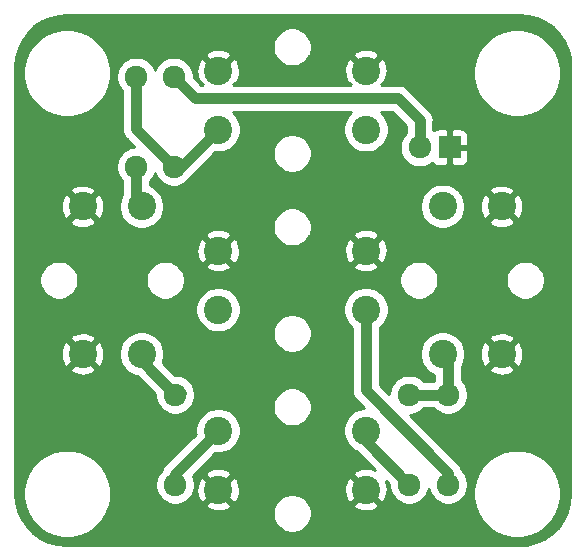
<source format=gbr>
G04 #@! TF.GenerationSoftware,KiCad,Pcbnew,(5.1.10-1-10_14)*
G04 #@! TF.CreationDate,2022-02-23T14:04:16+01:00*
G04 #@! TF.ProjectId,TecladoEB,5465636c-6164-46f4-9542-2e6b69636164,v1.3*
G04 #@! TF.SameCoordinates,PX5f5e100PY8b85c60*
G04 #@! TF.FileFunction,Copper,L2,Bot*
G04 #@! TF.FilePolarity,Positive*
%FSLAX46Y46*%
G04 Gerber Fmt 4.6, Leading zero omitted, Abs format (unit mm)*
G04 Created by KiCad (PCBNEW (5.1.10-1-10_14)) date 2022-02-23 14:04:16*
%MOMM*%
%LPD*%
G01*
G04 APERTURE LIST*
G04 #@! TA.AperFunction,ComponentPad*
%ADD10C,1.925000*%
G04 #@! TD*
G04 #@! TA.AperFunction,ComponentPad*
%ADD11C,2.400000*%
G04 #@! TD*
G04 #@! TA.AperFunction,ComponentPad*
%ADD12O,1.925000X1.925000*%
G04 #@! TD*
G04 #@! TA.AperFunction,ComponentPad*
%ADD13R,1.925000X1.925000*%
G04 #@! TD*
G04 #@! TA.AperFunction,Conductor*
%ADD14C,0.900000*%
G04 #@! TD*
G04 #@! TA.AperFunction,Conductor*
%ADD15C,0.254000*%
G04 #@! TD*
G04 #@! TA.AperFunction,Conductor*
%ADD16C,0.100000*%
G04 #@! TD*
G04 APERTURE END LIST*
D10*
X34036000Y13462000D03*
X34036000Y5842000D03*
X37338000Y5842000D03*
X37338000Y13462000D03*
X14224000Y5842000D03*
X14224000Y13462000D03*
X10922000Y32766000D03*
X10922000Y40386000D03*
X14097000Y32766000D03*
X14097000Y40386000D03*
D11*
X30380000Y20650000D03*
X17880000Y20650000D03*
X30380000Y25650000D03*
X17880000Y25650000D03*
X36870000Y16900000D03*
X36870000Y29400000D03*
X41870000Y16900000D03*
X41870000Y29400000D03*
X17880000Y10410000D03*
X30380000Y10410000D03*
X17880000Y5410000D03*
X30380000Y5410000D03*
X30380000Y35890000D03*
X17880000Y35890000D03*
X30380000Y40890000D03*
X17880000Y40890000D03*
X11390000Y29400000D03*
X11390000Y16900000D03*
X6390000Y29400000D03*
X6390000Y16900000D03*
D12*
X34925000Y34391600D03*
D13*
X37465000Y34391600D03*
D14*
X14756000Y32766000D02*
X17880000Y35890000D01*
X14097000Y32766000D02*
X14756000Y32766000D01*
X10922000Y35941000D02*
X14097000Y32766000D01*
X10922000Y40386000D02*
X10922000Y35941000D01*
X11049000Y29741000D02*
X11390000Y29400000D01*
X14097000Y13589000D02*
X14701000Y13589000D01*
X10922000Y29868000D02*
X11390000Y29400000D01*
X10922000Y32766000D02*
X10922000Y29868000D01*
X11390000Y16296000D02*
X14224000Y13462000D01*
X11390000Y16900000D02*
X11390000Y16296000D01*
X14224000Y6754000D02*
X17880000Y10410000D01*
X14224000Y5842000D02*
X14224000Y6754000D01*
X30380000Y9498000D02*
X34036000Y5842000D01*
X30380000Y10410000D02*
X30380000Y9498000D01*
X34036000Y13462000D02*
X37338000Y13462000D01*
X37338000Y16432000D02*
X36870000Y16900000D01*
X37338000Y13462000D02*
X37338000Y16432000D01*
X30380000Y20650000D02*
X30380000Y13816000D01*
X37338000Y6858000D02*
X37338000Y5842000D01*
X30380000Y13816000D02*
X37338000Y6858000D01*
X34925000Y34391600D02*
X34925000Y36703000D01*
X15947001Y38535999D02*
X14097000Y40386000D01*
X33092001Y38535999D02*
X15947001Y38535999D01*
X34925000Y36703000D02*
X33092001Y38535999D01*
D15*
X44146192Y45519422D02*
X44881389Y45318295D01*
X45569351Y44990154D01*
X46188331Y44545372D01*
X46718761Y43998012D01*
X47143884Y43365361D01*
X47450251Y42667439D01*
X47629499Y41920817D01*
X47677000Y41273970D01*
X47677001Y5035430D01*
X47606362Y4243934D01*
X47405056Y3508081D01*
X47076626Y2819515D01*
X46631451Y2199989D01*
X46083600Y1669084D01*
X45450393Y1243587D01*
X44751849Y936947D01*
X44004574Y757542D01*
X43357169Y710000D01*
X5010018Y710000D01*
X4222930Y780246D01*
X3491337Y980387D01*
X2806743Y1306921D01*
X2190805Y1749518D01*
X1662970Y2294199D01*
X1239934Y2923744D01*
X935068Y3618248D01*
X756693Y4361234D01*
X710000Y4997075D01*
X710000Y5447077D01*
X1353000Y5447077D01*
X1353000Y4712923D01*
X1496227Y3992874D01*
X1777176Y3314604D01*
X2185050Y2704176D01*
X2704176Y2185050D01*
X3314604Y1777176D01*
X3992874Y1496227D01*
X4712923Y1353000D01*
X5447077Y1353000D01*
X6167126Y1496227D01*
X6845396Y1777176D01*
X7455824Y2185050D01*
X7974950Y2704176D01*
X8382824Y3314604D01*
X8663773Y3992874D01*
X8691450Y4132020D01*
X16781626Y4132020D01*
X16901514Y3847164D01*
X17225210Y3686301D01*
X17574069Y3591678D01*
X17934684Y3566933D01*
X17979613Y3572708D01*
X22478000Y3572708D01*
X22478000Y3247292D01*
X22541486Y2928129D01*
X22666017Y2627485D01*
X22846808Y2356912D01*
X23076912Y2126808D01*
X23347485Y1946017D01*
X23648129Y1821486D01*
X23967292Y1758000D01*
X24292708Y1758000D01*
X24611871Y1821486D01*
X24912515Y1946017D01*
X25183088Y2126808D01*
X25413192Y2356912D01*
X25593983Y2627485D01*
X25718514Y2928129D01*
X25782000Y3247292D01*
X25782000Y3572708D01*
X25718514Y3891871D01*
X25619041Y4132020D01*
X29281626Y4132020D01*
X29401514Y3847164D01*
X29725210Y3686301D01*
X30074069Y3591678D01*
X30434684Y3566933D01*
X30793198Y3613015D01*
X31135833Y3728154D01*
X31358486Y3847164D01*
X31478374Y4132020D01*
X30380000Y5230395D01*
X29281626Y4132020D01*
X25619041Y4132020D01*
X25593983Y4192515D01*
X25413192Y4463088D01*
X25183088Y4693192D01*
X24912515Y4873983D01*
X24611871Y4998514D01*
X24292708Y5062000D01*
X23967292Y5062000D01*
X23648129Y4998514D01*
X23347485Y4873983D01*
X23076912Y4693192D01*
X22846808Y4463088D01*
X22666017Y4192515D01*
X22541486Y3891871D01*
X22478000Y3572708D01*
X17979613Y3572708D01*
X18293198Y3613015D01*
X18635833Y3728154D01*
X18858486Y3847164D01*
X18978374Y4132020D01*
X17880000Y5230395D01*
X16781626Y4132020D01*
X8691450Y4132020D01*
X8807000Y4712923D01*
X8807000Y5447077D01*
X8695346Y6008401D01*
X12534500Y6008401D01*
X12534500Y5675599D01*
X12599426Y5349191D01*
X12726784Y5041722D01*
X12911679Y4765006D01*
X13147006Y4529679D01*
X13423722Y4344784D01*
X13731191Y4217426D01*
X14057599Y4152500D01*
X14390401Y4152500D01*
X14716809Y4217426D01*
X15024278Y4344784D01*
X15300994Y4529679D01*
X15536321Y4765006D01*
X15721216Y5041722D01*
X15848574Y5349191D01*
X15849792Y5355316D01*
X16036933Y5355316D01*
X16083015Y4996802D01*
X16198154Y4654167D01*
X16317164Y4431514D01*
X16602020Y4311626D01*
X17700395Y5410000D01*
X18059605Y5410000D01*
X19157980Y4311626D01*
X19442836Y4431514D01*
X19603699Y4755210D01*
X19698322Y5104069D01*
X19715562Y5355316D01*
X28536933Y5355316D01*
X28583015Y4996802D01*
X28698154Y4654167D01*
X28817164Y4431514D01*
X29102020Y4311626D01*
X30200395Y5410000D01*
X29102020Y6508374D01*
X28817164Y6388486D01*
X28656301Y6064790D01*
X28561678Y5715931D01*
X28536933Y5355316D01*
X19715562Y5355316D01*
X19723067Y5464684D01*
X19676985Y5823198D01*
X19561846Y6165833D01*
X19442836Y6388486D01*
X19157980Y6508374D01*
X18059605Y5410000D01*
X17700395Y5410000D01*
X16602020Y6508374D01*
X16317164Y6388486D01*
X16156301Y6064790D01*
X16061678Y5715931D01*
X16036933Y5355316D01*
X15849792Y5355316D01*
X15913500Y5675599D01*
X15913500Y6008401D01*
X15848574Y6334809D01*
X15737498Y6602970D01*
X15822508Y6687980D01*
X16781626Y6687980D01*
X17880000Y5589605D01*
X18978374Y6687980D01*
X18858486Y6972836D01*
X18534790Y7133699D01*
X18185931Y7228322D01*
X17825316Y7253067D01*
X17466802Y7206985D01*
X17124167Y7091846D01*
X16901514Y6972836D01*
X16781626Y6687980D01*
X15822508Y6687980D01*
X17629587Y8495058D01*
X17690207Y8483000D01*
X18069793Y8483000D01*
X18442085Y8557053D01*
X18792777Y8702315D01*
X19108391Y8913201D01*
X19376799Y9181609D01*
X19587685Y9497223D01*
X19732947Y9847915D01*
X19807000Y10220207D01*
X19807000Y10599793D01*
X19732947Y10972085D01*
X19587685Y11322777D01*
X19376799Y11638391D01*
X19108391Y11906799D01*
X18792777Y12117685D01*
X18442085Y12262947D01*
X18069793Y12337000D01*
X17690207Y12337000D01*
X17317915Y12262947D01*
X16967223Y12117685D01*
X16651609Y11906799D01*
X16383201Y11638391D01*
X16172315Y11322777D01*
X16027053Y10972085D01*
X15953000Y10599793D01*
X15953000Y10220207D01*
X15965058Y10159587D01*
X13432618Y7627146D01*
X13387710Y7590291D01*
X13240627Y7411070D01*
X13131333Y7206597D01*
X13101746Y7109061D01*
X12911679Y6918994D01*
X12726784Y6642278D01*
X12599426Y6334809D01*
X12534500Y6008401D01*
X8695346Y6008401D01*
X8663773Y6167126D01*
X8382824Y6845396D01*
X7974950Y7455824D01*
X7455824Y7974950D01*
X6845396Y8382824D01*
X6167126Y8663773D01*
X5447077Y8807000D01*
X4712923Y8807000D01*
X3992874Y8663773D01*
X3314604Y8382824D01*
X2704176Y7974950D01*
X2185050Y7455824D01*
X1777176Y6845396D01*
X1496227Y6167126D01*
X1353000Y5447077D01*
X710000Y5447077D01*
X710000Y15622020D01*
X5291626Y15622020D01*
X5411514Y15337164D01*
X5735210Y15176301D01*
X6084069Y15081678D01*
X6444684Y15056933D01*
X6803198Y15103015D01*
X7145833Y15218154D01*
X7368486Y15337164D01*
X7488374Y15622020D01*
X6390000Y16720395D01*
X5291626Y15622020D01*
X710000Y15622020D01*
X710000Y16845316D01*
X4546933Y16845316D01*
X4593015Y16486802D01*
X4708154Y16144167D01*
X4827164Y15921514D01*
X5112020Y15801626D01*
X6210395Y16900000D01*
X6569605Y16900000D01*
X7667980Y15801626D01*
X7952836Y15921514D01*
X8113699Y16245210D01*
X8208322Y16594069D01*
X8233067Y16954684D01*
X8215701Y17089793D01*
X9463000Y17089793D01*
X9463000Y16710207D01*
X9537053Y16337915D01*
X9682315Y15987223D01*
X9893201Y15671609D01*
X10161609Y15403201D01*
X10477223Y15192315D01*
X10827915Y15047053D01*
X11010796Y15010676D01*
X12534500Y13486971D01*
X12534500Y13295599D01*
X12599426Y12969191D01*
X12726784Y12661722D01*
X12911679Y12385006D01*
X13147006Y12149679D01*
X13423722Y11964784D01*
X13731191Y11837426D01*
X14057599Y11772500D01*
X14390401Y11772500D01*
X14716809Y11837426D01*
X15024278Y11964784D01*
X15300994Y12149679D01*
X15536321Y12385006D01*
X15661738Y12572708D01*
X22478000Y12572708D01*
X22478000Y12247292D01*
X22541486Y11928129D01*
X22666017Y11627485D01*
X22846808Y11356912D01*
X23076912Y11126808D01*
X23347485Y10946017D01*
X23648129Y10821486D01*
X23967292Y10758000D01*
X24292708Y10758000D01*
X24611871Y10821486D01*
X24912515Y10946017D01*
X25183088Y11126808D01*
X25413192Y11356912D01*
X25593983Y11627485D01*
X25718514Y11928129D01*
X25782000Y12247292D01*
X25782000Y12572708D01*
X25718514Y12891871D01*
X25593983Y13192515D01*
X25413192Y13463088D01*
X25183088Y13693192D01*
X24912515Y13873983D01*
X24611871Y13998514D01*
X24292708Y14062000D01*
X23967292Y14062000D01*
X23648129Y13998514D01*
X23347485Y13873983D01*
X23076912Y13693192D01*
X22846808Y13463088D01*
X22666017Y13192515D01*
X22541486Y12891871D01*
X22478000Y12572708D01*
X15661738Y12572708D01*
X15721216Y12661722D01*
X15848574Y12969191D01*
X15913500Y13295599D01*
X15913500Y13628401D01*
X15848574Y13954809D01*
X15721216Y14262278D01*
X15536321Y14538994D01*
X15300994Y14774321D01*
X15024278Y14959216D01*
X14716809Y15086574D01*
X14390401Y15151500D01*
X14199029Y15151500D01*
X13175484Y16175045D01*
X13242947Y16337915D01*
X13317000Y16710207D01*
X13317000Y17089793D01*
X13242947Y17462085D01*
X13097685Y17812777D01*
X12886799Y18128391D01*
X12618391Y18396799D01*
X12302777Y18607685D01*
X11952085Y18752947D01*
X11579793Y18827000D01*
X11200207Y18827000D01*
X10827915Y18752947D01*
X10477223Y18607685D01*
X10161609Y18396799D01*
X9893201Y18128391D01*
X9682315Y17812777D01*
X9537053Y17462085D01*
X9463000Y17089793D01*
X8215701Y17089793D01*
X8186985Y17313198D01*
X8071846Y17655833D01*
X7952836Y17878486D01*
X7667980Y17998374D01*
X6569605Y16900000D01*
X6210395Y16900000D01*
X5112020Y17998374D01*
X4827164Y17878486D01*
X4666301Y17554790D01*
X4571678Y17205931D01*
X4546933Y16845316D01*
X710000Y16845316D01*
X710000Y18177980D01*
X5291626Y18177980D01*
X6390000Y17079605D01*
X7488374Y18177980D01*
X7368486Y18462836D01*
X7044790Y18623699D01*
X6695931Y18718322D01*
X6335316Y18743067D01*
X5976802Y18696985D01*
X5634167Y18581846D01*
X5411514Y18462836D01*
X5291626Y18177980D01*
X710000Y18177980D01*
X710000Y20839793D01*
X15953000Y20839793D01*
X15953000Y20460207D01*
X16027053Y20087915D01*
X16172315Y19737223D01*
X16383201Y19421609D01*
X16651609Y19153201D01*
X16967223Y18942315D01*
X17317915Y18797053D01*
X17690207Y18723000D01*
X18069793Y18723000D01*
X18442085Y18797053D01*
X18479879Y18812708D01*
X22478000Y18812708D01*
X22478000Y18487292D01*
X22541486Y18168129D01*
X22666017Y17867485D01*
X22846808Y17596912D01*
X23076912Y17366808D01*
X23347485Y17186017D01*
X23648129Y17061486D01*
X23967292Y16998000D01*
X24292708Y16998000D01*
X24611871Y17061486D01*
X24912515Y17186017D01*
X25183088Y17366808D01*
X25413192Y17596912D01*
X25593983Y17867485D01*
X25718514Y18168129D01*
X25782000Y18487292D01*
X25782000Y18812708D01*
X25718514Y19131871D01*
X25593983Y19432515D01*
X25413192Y19703088D01*
X25183088Y19933192D01*
X24912515Y20113983D01*
X24611871Y20238514D01*
X24292708Y20302000D01*
X23967292Y20302000D01*
X23648129Y20238514D01*
X23347485Y20113983D01*
X23076912Y19933192D01*
X22846808Y19703088D01*
X22666017Y19432515D01*
X22541486Y19131871D01*
X22478000Y18812708D01*
X18479879Y18812708D01*
X18792777Y18942315D01*
X19108391Y19153201D01*
X19376799Y19421609D01*
X19587685Y19737223D01*
X19732947Y20087915D01*
X19807000Y20460207D01*
X19807000Y20839793D01*
X28453000Y20839793D01*
X28453000Y20460207D01*
X28527053Y20087915D01*
X28672315Y19737223D01*
X28883201Y19421609D01*
X29151609Y19153201D01*
X29203000Y19118863D01*
X29203001Y13873822D01*
X29197306Y13816000D01*
X29220031Y13585269D01*
X29287334Y13363403D01*
X29357962Y13231268D01*
X29396627Y13158930D01*
X29543710Y12979709D01*
X29588618Y12942854D01*
X30194472Y12337000D01*
X30190207Y12337000D01*
X29817915Y12262947D01*
X29467223Y12117685D01*
X29151609Y11906799D01*
X28883201Y11638391D01*
X28672315Y11322777D01*
X28527053Y10972085D01*
X28453000Y10599793D01*
X28453000Y10220207D01*
X28527053Y9847915D01*
X28672315Y9497223D01*
X28883201Y9181609D01*
X29151609Y8913201D01*
X29467223Y8702315D01*
X29532615Y8675229D01*
X29543710Y8661709D01*
X29588618Y8624854D01*
X31124210Y7089261D01*
X31034790Y7133699D01*
X30685931Y7228322D01*
X30325316Y7253067D01*
X29966802Y7206985D01*
X29624167Y7091846D01*
X29401514Y6972836D01*
X29281626Y6687980D01*
X30380000Y5589605D01*
X30394142Y5603748D01*
X30573748Y5424142D01*
X30559605Y5410000D01*
X31657980Y4311626D01*
X31942836Y4431514D01*
X32103699Y4755210D01*
X32198322Y5104069D01*
X32223067Y5464684D01*
X32176985Y5823198D01*
X32069037Y6144434D01*
X32346500Y5866970D01*
X32346500Y5675599D01*
X32411426Y5349191D01*
X32538784Y5041722D01*
X32723679Y4765006D01*
X32959006Y4529679D01*
X33235722Y4344784D01*
X33543191Y4217426D01*
X33869599Y4152500D01*
X34202401Y4152500D01*
X34528809Y4217426D01*
X34836278Y4344784D01*
X35112994Y4529679D01*
X35348321Y4765006D01*
X35533216Y5041722D01*
X35660574Y5349191D01*
X35687000Y5482045D01*
X35713426Y5349191D01*
X35840784Y5041722D01*
X36025679Y4765006D01*
X36261006Y4529679D01*
X36537722Y4344784D01*
X36845191Y4217426D01*
X37171599Y4152500D01*
X37504401Y4152500D01*
X37830809Y4217426D01*
X38138278Y4344784D01*
X38414994Y4529679D01*
X38650321Y4765006D01*
X38835216Y5041722D01*
X38962574Y5349191D01*
X38982044Y5447077D01*
X39453000Y5447077D01*
X39453000Y4712923D01*
X39596227Y3992874D01*
X39877176Y3314604D01*
X40285050Y2704176D01*
X40804176Y2185050D01*
X41414604Y1777176D01*
X42092874Y1496227D01*
X42812923Y1353000D01*
X43547077Y1353000D01*
X44267126Y1496227D01*
X44945396Y1777176D01*
X45555824Y2185050D01*
X46074950Y2704176D01*
X46482824Y3314604D01*
X46763773Y3992874D01*
X46907000Y4712923D01*
X46907000Y5447077D01*
X46763773Y6167126D01*
X46482824Y6845396D01*
X46074950Y7455824D01*
X45555824Y7974950D01*
X44945396Y8382824D01*
X44267126Y8663773D01*
X43547077Y8807000D01*
X42812923Y8807000D01*
X42092874Y8663773D01*
X41414604Y8382824D01*
X40804176Y7974950D01*
X40285050Y7455824D01*
X39877176Y6845396D01*
X39596227Y6167126D01*
X39453000Y5447077D01*
X38982044Y5447077D01*
X39027500Y5675599D01*
X39027500Y6008401D01*
X38962574Y6334809D01*
X38835216Y6642278D01*
X38650321Y6918994D01*
X38499868Y7069447D01*
X38497969Y7088732D01*
X38462097Y7206985D01*
X38430667Y7310597D01*
X38321374Y7515070D01*
X38174291Y7694291D01*
X38129384Y7731145D01*
X34088028Y11772500D01*
X34202401Y11772500D01*
X34528809Y11837426D01*
X34836278Y11964784D01*
X35112994Y12149679D01*
X35248315Y12285000D01*
X36125685Y12285000D01*
X36261006Y12149679D01*
X36537722Y11964784D01*
X36845191Y11837426D01*
X37171599Y11772500D01*
X37504401Y11772500D01*
X37830809Y11837426D01*
X38138278Y11964784D01*
X38414994Y12149679D01*
X38650321Y12385006D01*
X38835216Y12661722D01*
X38962574Y12969191D01*
X39027500Y13295599D01*
X39027500Y13628401D01*
X38962574Y13954809D01*
X38835216Y14262278D01*
X38650321Y14538994D01*
X38515000Y14674315D01*
X38515000Y15622020D01*
X40771626Y15622020D01*
X40891514Y15337164D01*
X41215210Y15176301D01*
X41564069Y15081678D01*
X41924684Y15056933D01*
X42283198Y15103015D01*
X42625833Y15218154D01*
X42848486Y15337164D01*
X42968374Y15622020D01*
X41870000Y16720395D01*
X40771626Y15622020D01*
X38515000Y15622020D01*
X38515000Y15893408D01*
X38577685Y15987223D01*
X38722947Y16337915D01*
X38797000Y16710207D01*
X38797000Y16845316D01*
X40026933Y16845316D01*
X40073015Y16486802D01*
X40188154Y16144167D01*
X40307164Y15921514D01*
X40592020Y15801626D01*
X41690395Y16900000D01*
X42049605Y16900000D01*
X43147980Y15801626D01*
X43432836Y15921514D01*
X43593699Y16245210D01*
X43688322Y16594069D01*
X43713067Y16954684D01*
X43666985Y17313198D01*
X43551846Y17655833D01*
X43432836Y17878486D01*
X43147980Y17998374D01*
X42049605Y16900000D01*
X41690395Y16900000D01*
X40592020Y17998374D01*
X40307164Y17878486D01*
X40146301Y17554790D01*
X40051678Y17205931D01*
X40026933Y16845316D01*
X38797000Y16845316D01*
X38797000Y17089793D01*
X38722947Y17462085D01*
X38577685Y17812777D01*
X38366799Y18128391D01*
X38317210Y18177980D01*
X40771626Y18177980D01*
X41870000Y17079605D01*
X42968374Y18177980D01*
X42848486Y18462836D01*
X42524790Y18623699D01*
X42175931Y18718322D01*
X41815316Y18743067D01*
X41456802Y18696985D01*
X41114167Y18581846D01*
X40891514Y18462836D01*
X40771626Y18177980D01*
X38317210Y18177980D01*
X38098391Y18396799D01*
X37782777Y18607685D01*
X37432085Y18752947D01*
X37059793Y18827000D01*
X36680207Y18827000D01*
X36307915Y18752947D01*
X35957223Y18607685D01*
X35641609Y18396799D01*
X35373201Y18128391D01*
X35162315Y17812777D01*
X35017053Y17462085D01*
X34943000Y17089793D01*
X34943000Y16710207D01*
X35017053Y16337915D01*
X35162315Y15987223D01*
X35373201Y15671609D01*
X35641609Y15403201D01*
X35957223Y15192315D01*
X36161001Y15107907D01*
X36161000Y14674315D01*
X36125685Y14639000D01*
X35248315Y14639000D01*
X35112994Y14774321D01*
X34836278Y14959216D01*
X34528809Y15086574D01*
X34202401Y15151500D01*
X33869599Y15151500D01*
X33543191Y15086574D01*
X33235722Y14959216D01*
X32959006Y14774321D01*
X32723679Y14538994D01*
X32538784Y14262278D01*
X32411426Y13954809D01*
X32346500Y13628401D01*
X32346500Y13514028D01*
X31557000Y14303528D01*
X31557000Y19118863D01*
X31608391Y19153201D01*
X31876799Y19421609D01*
X32087685Y19737223D01*
X32232947Y20087915D01*
X32307000Y20460207D01*
X32307000Y20839793D01*
X32232947Y21212085D01*
X32087685Y21562777D01*
X31876799Y21878391D01*
X31608391Y22146799D01*
X31292777Y22357685D01*
X30942085Y22502947D01*
X30569793Y22577000D01*
X30190207Y22577000D01*
X29817915Y22502947D01*
X29467223Y22357685D01*
X29151609Y22146799D01*
X28883201Y21878391D01*
X28672315Y21562777D01*
X28527053Y21212085D01*
X28453000Y20839793D01*
X19807000Y20839793D01*
X19732947Y21212085D01*
X19587685Y21562777D01*
X19376799Y21878391D01*
X19108391Y22146799D01*
X18792777Y22357685D01*
X18442085Y22502947D01*
X18069793Y22577000D01*
X17690207Y22577000D01*
X17317915Y22502947D01*
X16967223Y22357685D01*
X16651609Y22146799D01*
X16383201Y21878391D01*
X16172315Y21562777D01*
X16027053Y21212085D01*
X15953000Y20839793D01*
X710000Y20839793D01*
X710000Y23312708D01*
X2738000Y23312708D01*
X2738000Y22987292D01*
X2801486Y22668129D01*
X2926017Y22367485D01*
X3106808Y22096912D01*
X3336912Y21866808D01*
X3607485Y21686017D01*
X3908129Y21561486D01*
X4227292Y21498000D01*
X4552708Y21498000D01*
X4871871Y21561486D01*
X5172515Y21686017D01*
X5443088Y21866808D01*
X5673192Y22096912D01*
X5853983Y22367485D01*
X5978514Y22668129D01*
X6042000Y22987292D01*
X6042000Y23312708D01*
X11738000Y23312708D01*
X11738000Y22987292D01*
X11801486Y22668129D01*
X11926017Y22367485D01*
X12106808Y22096912D01*
X12336912Y21866808D01*
X12607485Y21686017D01*
X12908129Y21561486D01*
X13227292Y21498000D01*
X13552708Y21498000D01*
X13871871Y21561486D01*
X14172515Y21686017D01*
X14443088Y21866808D01*
X14673192Y22096912D01*
X14853983Y22367485D01*
X14978514Y22668129D01*
X15042000Y22987292D01*
X15042000Y23312708D01*
X33218000Y23312708D01*
X33218000Y22987292D01*
X33281486Y22668129D01*
X33406017Y22367485D01*
X33586808Y22096912D01*
X33816912Y21866808D01*
X34087485Y21686017D01*
X34388129Y21561486D01*
X34707292Y21498000D01*
X35032708Y21498000D01*
X35351871Y21561486D01*
X35652515Y21686017D01*
X35923088Y21866808D01*
X36153192Y22096912D01*
X36333983Y22367485D01*
X36458514Y22668129D01*
X36522000Y22987292D01*
X36522000Y23312708D01*
X42218000Y23312708D01*
X42218000Y22987292D01*
X42281486Y22668129D01*
X42406017Y22367485D01*
X42586808Y22096912D01*
X42816912Y21866808D01*
X43087485Y21686017D01*
X43388129Y21561486D01*
X43707292Y21498000D01*
X44032708Y21498000D01*
X44351871Y21561486D01*
X44652515Y21686017D01*
X44923088Y21866808D01*
X45153192Y22096912D01*
X45333983Y22367485D01*
X45458514Y22668129D01*
X45522000Y22987292D01*
X45522000Y23312708D01*
X45458514Y23631871D01*
X45333983Y23932515D01*
X45153192Y24203088D01*
X44923088Y24433192D01*
X44652515Y24613983D01*
X44351871Y24738514D01*
X44032708Y24802000D01*
X43707292Y24802000D01*
X43388129Y24738514D01*
X43087485Y24613983D01*
X42816912Y24433192D01*
X42586808Y24203088D01*
X42406017Y23932515D01*
X42281486Y23631871D01*
X42218000Y23312708D01*
X36522000Y23312708D01*
X36458514Y23631871D01*
X36333983Y23932515D01*
X36153192Y24203088D01*
X35923088Y24433192D01*
X35652515Y24613983D01*
X35351871Y24738514D01*
X35032708Y24802000D01*
X34707292Y24802000D01*
X34388129Y24738514D01*
X34087485Y24613983D01*
X33816912Y24433192D01*
X33586808Y24203088D01*
X33406017Y23932515D01*
X33281486Y23631871D01*
X33218000Y23312708D01*
X15042000Y23312708D01*
X14978514Y23631871D01*
X14853983Y23932515D01*
X14673192Y24203088D01*
X14504260Y24372020D01*
X16781626Y24372020D01*
X16901514Y24087164D01*
X17225210Y23926301D01*
X17574069Y23831678D01*
X17934684Y23806933D01*
X18293198Y23853015D01*
X18635833Y23968154D01*
X18858486Y24087164D01*
X18978374Y24372020D01*
X29281626Y24372020D01*
X29401514Y24087164D01*
X29725210Y23926301D01*
X30074069Y23831678D01*
X30434684Y23806933D01*
X30793198Y23853015D01*
X31135833Y23968154D01*
X31358486Y24087164D01*
X31478374Y24372020D01*
X30380000Y25470395D01*
X29281626Y24372020D01*
X18978374Y24372020D01*
X17880000Y25470395D01*
X16781626Y24372020D01*
X14504260Y24372020D01*
X14443088Y24433192D01*
X14172515Y24613983D01*
X13871871Y24738514D01*
X13552708Y24802000D01*
X13227292Y24802000D01*
X12908129Y24738514D01*
X12607485Y24613983D01*
X12336912Y24433192D01*
X12106808Y24203088D01*
X11926017Y23932515D01*
X11801486Y23631871D01*
X11738000Y23312708D01*
X6042000Y23312708D01*
X5978514Y23631871D01*
X5853983Y23932515D01*
X5673192Y24203088D01*
X5443088Y24433192D01*
X5172515Y24613983D01*
X4871871Y24738514D01*
X4552708Y24802000D01*
X4227292Y24802000D01*
X3908129Y24738514D01*
X3607485Y24613983D01*
X3336912Y24433192D01*
X3106808Y24203088D01*
X2926017Y23932515D01*
X2801486Y23631871D01*
X2738000Y23312708D01*
X710000Y23312708D01*
X710000Y25595316D01*
X16036933Y25595316D01*
X16083015Y25236802D01*
X16198154Y24894167D01*
X16317164Y24671514D01*
X16602020Y24551626D01*
X17700395Y25650000D01*
X18059605Y25650000D01*
X19157980Y24551626D01*
X19442836Y24671514D01*
X19603699Y24995210D01*
X19698322Y25344069D01*
X19715562Y25595316D01*
X28536933Y25595316D01*
X28583015Y25236802D01*
X28698154Y24894167D01*
X28817164Y24671514D01*
X29102020Y24551626D01*
X30200395Y25650000D01*
X30559605Y25650000D01*
X31657980Y24551626D01*
X31942836Y24671514D01*
X32103699Y24995210D01*
X32198322Y25344069D01*
X32223067Y25704684D01*
X32176985Y26063198D01*
X32061846Y26405833D01*
X31942836Y26628486D01*
X31657980Y26748374D01*
X30559605Y25650000D01*
X30200395Y25650000D01*
X29102020Y26748374D01*
X28817164Y26628486D01*
X28656301Y26304790D01*
X28561678Y25955931D01*
X28536933Y25595316D01*
X19715562Y25595316D01*
X19723067Y25704684D01*
X19676985Y26063198D01*
X19561846Y26405833D01*
X19442836Y26628486D01*
X19157980Y26748374D01*
X18059605Y25650000D01*
X17700395Y25650000D01*
X16602020Y26748374D01*
X16317164Y26628486D01*
X16156301Y26304790D01*
X16061678Y25955931D01*
X16036933Y25595316D01*
X710000Y25595316D01*
X710000Y26927980D01*
X16781626Y26927980D01*
X17880000Y25829605D01*
X18978374Y26927980D01*
X18858486Y27212836D01*
X18534790Y27373699D01*
X18185931Y27468322D01*
X17825316Y27493067D01*
X17466802Y27446985D01*
X17124167Y27331846D01*
X16901514Y27212836D01*
X16781626Y26927980D01*
X710000Y26927980D01*
X710000Y28122020D01*
X5291626Y28122020D01*
X5411514Y27837164D01*
X5735210Y27676301D01*
X6084069Y27581678D01*
X6444684Y27556933D01*
X6803198Y27603015D01*
X7145833Y27718154D01*
X7368486Y27837164D01*
X7488374Y28122020D01*
X6390000Y29220395D01*
X5291626Y28122020D01*
X710000Y28122020D01*
X710000Y29345316D01*
X4546933Y29345316D01*
X4593015Y28986802D01*
X4708154Y28644167D01*
X4827164Y28421514D01*
X5112020Y28301626D01*
X6210395Y29400000D01*
X6569605Y29400000D01*
X7667980Y28301626D01*
X7952836Y28421514D01*
X8113699Y28745210D01*
X8208322Y29094069D01*
X8233067Y29454684D01*
X8186985Y29813198D01*
X8071846Y30155833D01*
X7952836Y30378486D01*
X7667980Y30498374D01*
X6569605Y29400000D01*
X6210395Y29400000D01*
X5112020Y30498374D01*
X4827164Y30378486D01*
X4666301Y30054790D01*
X4571678Y29705931D01*
X4546933Y29345316D01*
X710000Y29345316D01*
X710000Y30677980D01*
X5291626Y30677980D01*
X6390000Y29579605D01*
X7488374Y30677980D01*
X7368486Y30962836D01*
X7044790Y31123699D01*
X6695931Y31218322D01*
X6335316Y31243067D01*
X5976802Y31196985D01*
X5634167Y31081846D01*
X5411514Y30962836D01*
X5291626Y30677980D01*
X710000Y30677980D01*
X710000Y41067077D01*
X1353000Y41067077D01*
X1353000Y40332923D01*
X1496227Y39612874D01*
X1777176Y38934604D01*
X2185050Y38324176D01*
X2704176Y37805050D01*
X3314604Y37397176D01*
X3992874Y37116227D01*
X4712923Y36973000D01*
X5447077Y36973000D01*
X6167126Y37116227D01*
X6845396Y37397176D01*
X7455824Y37805050D01*
X7974950Y38324176D01*
X8382824Y38934604D01*
X8663773Y39612874D01*
X8807000Y40332923D01*
X8807000Y40552401D01*
X9232500Y40552401D01*
X9232500Y40219599D01*
X9297426Y39893191D01*
X9424784Y39585722D01*
X9609679Y39309006D01*
X9745000Y39173685D01*
X9745001Y35998822D01*
X9739306Y35941000D01*
X9762031Y35710269D01*
X9829334Y35488403D01*
X9915117Y35327915D01*
X9938627Y35283930D01*
X10085710Y35104709D01*
X10130618Y35067854D01*
X10745067Y34453405D01*
X10429191Y34390574D01*
X10121722Y34263216D01*
X9845006Y34078321D01*
X9609679Y33842994D01*
X9424784Y33566278D01*
X9297426Y33258809D01*
X9232500Y32932401D01*
X9232500Y32599599D01*
X9297426Y32273191D01*
X9424784Y31965722D01*
X9609679Y31689006D01*
X9745000Y31553685D01*
X9745001Y30406593D01*
X9682315Y30312777D01*
X9537053Y29962085D01*
X9463000Y29589793D01*
X9463000Y29210207D01*
X9537053Y28837915D01*
X9682315Y28487223D01*
X9893201Y28171609D01*
X10161609Y27903201D01*
X10477223Y27692315D01*
X10827915Y27547053D01*
X11200207Y27473000D01*
X11579793Y27473000D01*
X11952085Y27547053D01*
X12302777Y27692315D01*
X12482958Y27812708D01*
X22478000Y27812708D01*
X22478000Y27487292D01*
X22541486Y27168129D01*
X22666017Y26867485D01*
X22846808Y26596912D01*
X23076912Y26366808D01*
X23347485Y26186017D01*
X23648129Y26061486D01*
X23967292Y25998000D01*
X24292708Y25998000D01*
X24611871Y26061486D01*
X24912515Y26186017D01*
X25183088Y26366808D01*
X25413192Y26596912D01*
X25593983Y26867485D01*
X25619040Y26927980D01*
X29281626Y26927980D01*
X30380000Y25829605D01*
X31478374Y26927980D01*
X31358486Y27212836D01*
X31034790Y27373699D01*
X30685931Y27468322D01*
X30325316Y27493067D01*
X29966802Y27446985D01*
X29624167Y27331846D01*
X29401514Y27212836D01*
X29281626Y26927980D01*
X25619040Y26927980D01*
X25718514Y27168129D01*
X25782000Y27487292D01*
X25782000Y27812708D01*
X25718514Y28131871D01*
X25593983Y28432515D01*
X25413192Y28703088D01*
X25183088Y28933192D01*
X24912515Y29113983D01*
X24611871Y29238514D01*
X24292708Y29302000D01*
X23967292Y29302000D01*
X23648129Y29238514D01*
X23347485Y29113983D01*
X23076912Y28933192D01*
X22846808Y28703088D01*
X22666017Y28432515D01*
X22541486Y28131871D01*
X22478000Y27812708D01*
X12482958Y27812708D01*
X12618391Y27903201D01*
X12886799Y28171609D01*
X13097685Y28487223D01*
X13242947Y28837915D01*
X13317000Y29210207D01*
X13317000Y29589793D01*
X34943000Y29589793D01*
X34943000Y29210207D01*
X35017053Y28837915D01*
X35162315Y28487223D01*
X35373201Y28171609D01*
X35641609Y27903201D01*
X35957223Y27692315D01*
X36307915Y27547053D01*
X36680207Y27473000D01*
X37059793Y27473000D01*
X37432085Y27547053D01*
X37782777Y27692315D01*
X38098391Y27903201D01*
X38317210Y28122020D01*
X40771626Y28122020D01*
X40891514Y27837164D01*
X41215210Y27676301D01*
X41564069Y27581678D01*
X41924684Y27556933D01*
X42283198Y27603015D01*
X42625833Y27718154D01*
X42848486Y27837164D01*
X42968374Y28122020D01*
X41870000Y29220395D01*
X40771626Y28122020D01*
X38317210Y28122020D01*
X38366799Y28171609D01*
X38577685Y28487223D01*
X38722947Y28837915D01*
X38797000Y29210207D01*
X38797000Y29345316D01*
X40026933Y29345316D01*
X40073015Y28986802D01*
X40188154Y28644167D01*
X40307164Y28421514D01*
X40592020Y28301626D01*
X41690395Y29400000D01*
X42049605Y29400000D01*
X43147980Y28301626D01*
X43432836Y28421514D01*
X43593699Y28745210D01*
X43688322Y29094069D01*
X43713067Y29454684D01*
X43666985Y29813198D01*
X43551846Y30155833D01*
X43432836Y30378486D01*
X43147980Y30498374D01*
X42049605Y29400000D01*
X41690395Y29400000D01*
X40592020Y30498374D01*
X40307164Y30378486D01*
X40146301Y30054790D01*
X40051678Y29705931D01*
X40026933Y29345316D01*
X38797000Y29345316D01*
X38797000Y29589793D01*
X38722947Y29962085D01*
X38577685Y30312777D01*
X38366799Y30628391D01*
X38317210Y30677980D01*
X40771626Y30677980D01*
X41870000Y29579605D01*
X42968374Y30677980D01*
X42848486Y30962836D01*
X42524790Y31123699D01*
X42175931Y31218322D01*
X41815316Y31243067D01*
X41456802Y31196985D01*
X41114167Y31081846D01*
X40891514Y30962836D01*
X40771626Y30677980D01*
X38317210Y30677980D01*
X38098391Y30896799D01*
X37782777Y31107685D01*
X37432085Y31252947D01*
X37059793Y31327000D01*
X36680207Y31327000D01*
X36307915Y31252947D01*
X35957223Y31107685D01*
X35641609Y30896799D01*
X35373201Y30628391D01*
X35162315Y30312777D01*
X35017053Y29962085D01*
X34943000Y29589793D01*
X13317000Y29589793D01*
X13242947Y29962085D01*
X13097685Y30312777D01*
X12886799Y30628391D01*
X12618391Y30896799D01*
X12302777Y31107685D01*
X12099000Y31192093D01*
X12099000Y31553685D01*
X12234321Y31689006D01*
X12419216Y31965722D01*
X12509500Y32183687D01*
X12599784Y31965722D01*
X12784679Y31689006D01*
X13020006Y31453679D01*
X13296722Y31268784D01*
X13604191Y31141426D01*
X13930599Y31076500D01*
X14263401Y31076500D01*
X14589809Y31141426D01*
X14897278Y31268784D01*
X15173994Y31453679D01*
X15409321Y31689006D01*
X15543274Y31889482D01*
X15592291Y31929709D01*
X15629151Y31974623D01*
X17629587Y33975058D01*
X17690207Y33963000D01*
X18069793Y33963000D01*
X18442085Y34037053D01*
X18479879Y34052708D01*
X22478000Y34052708D01*
X22478000Y33727292D01*
X22541486Y33408129D01*
X22666017Y33107485D01*
X22846808Y32836912D01*
X23076912Y32606808D01*
X23347485Y32426017D01*
X23648129Y32301486D01*
X23967292Y32238000D01*
X24292708Y32238000D01*
X24611871Y32301486D01*
X24912515Y32426017D01*
X25183088Y32606808D01*
X25413192Y32836912D01*
X25593983Y33107485D01*
X25718514Y33408129D01*
X25782000Y33727292D01*
X25782000Y34052708D01*
X25718514Y34371871D01*
X25593983Y34672515D01*
X25413192Y34943088D01*
X25183088Y35173192D01*
X24912515Y35353983D01*
X24611871Y35478514D01*
X24292708Y35542000D01*
X23967292Y35542000D01*
X23648129Y35478514D01*
X23347485Y35353983D01*
X23076912Y35173192D01*
X22846808Y34943088D01*
X22666017Y34672515D01*
X22541486Y34371871D01*
X22478000Y34052708D01*
X18479879Y34052708D01*
X18792777Y34182315D01*
X19108391Y34393201D01*
X19376799Y34661609D01*
X19587685Y34977223D01*
X19732947Y35327915D01*
X19807000Y35700207D01*
X19807000Y36079793D01*
X19732947Y36452085D01*
X19587685Y36802777D01*
X19376799Y37118391D01*
X19136191Y37358999D01*
X29123809Y37358999D01*
X28883201Y37118391D01*
X28672315Y36802777D01*
X28527053Y36452085D01*
X28453000Y36079793D01*
X28453000Y35700207D01*
X28527053Y35327915D01*
X28672315Y34977223D01*
X28883201Y34661609D01*
X29151609Y34393201D01*
X29467223Y34182315D01*
X29817915Y34037053D01*
X30190207Y33963000D01*
X30569793Y33963000D01*
X30942085Y34037053D01*
X31292777Y34182315D01*
X31608391Y34393201D01*
X31876799Y34661609D01*
X32087685Y34977223D01*
X32232947Y35327915D01*
X32307000Y35700207D01*
X32307000Y36079793D01*
X32232947Y36452085D01*
X32087685Y36802777D01*
X31876799Y37118391D01*
X31636191Y37358999D01*
X32604473Y37358999D01*
X33748001Y36215470D01*
X33748001Y35603916D01*
X33612679Y35468594D01*
X33427784Y35191878D01*
X33300426Y34884409D01*
X33235500Y34558001D01*
X33235500Y34225199D01*
X33300426Y33898791D01*
X33427784Y33591322D01*
X33612679Y33314606D01*
X33848006Y33079279D01*
X34124722Y32894384D01*
X34432191Y32767026D01*
X34758599Y32702100D01*
X35091401Y32702100D01*
X35417809Y32767026D01*
X35725278Y32894384D01*
X35980122Y33064664D01*
X36051315Y32977915D01*
X36148006Y32898563D01*
X36258320Y32839598D01*
X36378018Y32803288D01*
X36502500Y32791028D01*
X37179250Y32794100D01*
X37338000Y32952850D01*
X37338000Y34264600D01*
X37592000Y34264600D01*
X37592000Y32952850D01*
X37750750Y32794100D01*
X38427500Y32791028D01*
X38551982Y32803288D01*
X38671680Y32839598D01*
X38781994Y32898563D01*
X38878685Y32977915D01*
X38958037Y33074606D01*
X39017002Y33184920D01*
X39053312Y33304618D01*
X39065572Y33429100D01*
X39062500Y34105850D01*
X38903750Y34264600D01*
X37592000Y34264600D01*
X37338000Y34264600D01*
X37318000Y34264600D01*
X37318000Y34518600D01*
X37338000Y34518600D01*
X37338000Y35830350D01*
X37592000Y35830350D01*
X37592000Y34518600D01*
X38903750Y34518600D01*
X39062500Y34677350D01*
X39065572Y35354100D01*
X39053312Y35478582D01*
X39017002Y35598280D01*
X38958037Y35708594D01*
X38878685Y35805285D01*
X38781994Y35884637D01*
X38671680Y35943602D01*
X38551982Y35979912D01*
X38427500Y35992172D01*
X37750750Y35989100D01*
X37592000Y35830350D01*
X37338000Y35830350D01*
X37179250Y35989100D01*
X36502500Y35992172D01*
X36378018Y35979912D01*
X36258320Y35943602D01*
X36148006Y35884637D01*
X36102000Y35846881D01*
X36102000Y36645189D01*
X36107694Y36703001D01*
X36084969Y36933732D01*
X36049709Y37049968D01*
X36017667Y37155597D01*
X35908374Y37360070D01*
X35761291Y37539291D01*
X35716382Y37576147D01*
X33965152Y39327376D01*
X33928292Y39372290D01*
X33749071Y39519373D01*
X33544598Y39628666D01*
X33322733Y39695968D01*
X33149813Y39712999D01*
X33092001Y39718693D01*
X33034189Y39712999D01*
X31736609Y39712999D01*
X31657981Y39791627D01*
X31942836Y39911514D01*
X32103699Y40235210D01*
X32198322Y40584069D01*
X32223067Y40944684D01*
X32207336Y41067077D01*
X39453000Y41067077D01*
X39453000Y40332923D01*
X39596227Y39612874D01*
X39877176Y38934604D01*
X40285050Y38324176D01*
X40804176Y37805050D01*
X41414604Y37397176D01*
X42092874Y37116227D01*
X42812923Y36973000D01*
X43547077Y36973000D01*
X44267126Y37116227D01*
X44945396Y37397176D01*
X45555824Y37805050D01*
X46074950Y38324176D01*
X46482824Y38934604D01*
X46763773Y39612874D01*
X46907000Y40332923D01*
X46907000Y41067077D01*
X46763773Y41787126D01*
X46482824Y42465396D01*
X46074950Y43075824D01*
X45555824Y43594950D01*
X44945396Y44002824D01*
X44267126Y44283773D01*
X43547077Y44427000D01*
X42812923Y44427000D01*
X42092874Y44283773D01*
X41414604Y44002824D01*
X40804176Y43594950D01*
X40285050Y43075824D01*
X39877176Y42465396D01*
X39596227Y41787126D01*
X39453000Y41067077D01*
X32207336Y41067077D01*
X32176985Y41303198D01*
X32061846Y41645833D01*
X31942836Y41868486D01*
X31657980Y41988374D01*
X30559605Y40890000D01*
X30573748Y40875858D01*
X30394142Y40696252D01*
X30380000Y40710395D01*
X30365858Y40696252D01*
X30186252Y40875858D01*
X30200395Y40890000D01*
X29102020Y41988374D01*
X28817164Y41868486D01*
X28656301Y41544790D01*
X28561678Y41195931D01*
X28536933Y40835316D01*
X28583015Y40476802D01*
X28698154Y40134167D01*
X28817164Y39911514D01*
X29102019Y39791627D01*
X29023391Y39712999D01*
X19236609Y39712999D01*
X19157981Y39791627D01*
X19442836Y39911514D01*
X19603699Y40235210D01*
X19698322Y40584069D01*
X19723067Y40944684D01*
X19676985Y41303198D01*
X19561846Y41645833D01*
X19442836Y41868486D01*
X19157980Y41988374D01*
X18059605Y40890000D01*
X18073748Y40875858D01*
X17894142Y40696252D01*
X17880000Y40710395D01*
X17865858Y40696252D01*
X17686252Y40875858D01*
X17700395Y40890000D01*
X16602020Y41988374D01*
X16317164Y41868486D01*
X16156301Y41544790D01*
X16061678Y41195931D01*
X16036933Y40835316D01*
X16083015Y40476802D01*
X16198154Y40134167D01*
X16317164Y39911514D01*
X16602019Y39791627D01*
X16523391Y39712999D01*
X16434531Y39712999D01*
X15786500Y40361029D01*
X15786500Y40552401D01*
X15721574Y40878809D01*
X15594216Y41186278D01*
X15409321Y41462994D01*
X15173994Y41698321D01*
X14897278Y41883216D01*
X14589809Y42010574D01*
X14263401Y42075500D01*
X13930599Y42075500D01*
X13604191Y42010574D01*
X13296722Y41883216D01*
X13020006Y41698321D01*
X12784679Y41462994D01*
X12599784Y41186278D01*
X12509500Y40968313D01*
X12419216Y41186278D01*
X12234321Y41462994D01*
X11998994Y41698321D01*
X11722278Y41883216D01*
X11414809Y42010574D01*
X11088401Y42075500D01*
X10755599Y42075500D01*
X10429191Y42010574D01*
X10121722Y41883216D01*
X9845006Y41698321D01*
X9609679Y41462994D01*
X9424784Y41186278D01*
X9297426Y40878809D01*
X9232500Y40552401D01*
X8807000Y40552401D01*
X8807000Y41067077D01*
X8663773Y41787126D01*
X8506018Y42167980D01*
X16781626Y42167980D01*
X17880000Y41069605D01*
X18978374Y42167980D01*
X18858486Y42452836D01*
X18534790Y42613699D01*
X18185931Y42708322D01*
X17825316Y42733067D01*
X17466802Y42686985D01*
X17124167Y42571846D01*
X16901514Y42452836D01*
X16781626Y42167980D01*
X8506018Y42167980D01*
X8382824Y42465396D01*
X7990396Y43052708D01*
X22478000Y43052708D01*
X22478000Y42727292D01*
X22541486Y42408129D01*
X22666017Y42107485D01*
X22846808Y41836912D01*
X23076912Y41606808D01*
X23347485Y41426017D01*
X23648129Y41301486D01*
X23967292Y41238000D01*
X24292708Y41238000D01*
X24611871Y41301486D01*
X24912515Y41426017D01*
X25183088Y41606808D01*
X25413192Y41836912D01*
X25593983Y42107485D01*
X25619040Y42167980D01*
X29281626Y42167980D01*
X30380000Y41069605D01*
X31478374Y42167980D01*
X31358486Y42452836D01*
X31034790Y42613699D01*
X30685931Y42708322D01*
X30325316Y42733067D01*
X29966802Y42686985D01*
X29624167Y42571846D01*
X29401514Y42452836D01*
X29281626Y42167980D01*
X25619040Y42167980D01*
X25718514Y42408129D01*
X25782000Y42727292D01*
X25782000Y43052708D01*
X25718514Y43371871D01*
X25593983Y43672515D01*
X25413192Y43943088D01*
X25183088Y44173192D01*
X24912515Y44353983D01*
X24611871Y44478514D01*
X24292708Y44542000D01*
X23967292Y44542000D01*
X23648129Y44478514D01*
X23347485Y44353983D01*
X23076912Y44173192D01*
X22846808Y43943088D01*
X22666017Y43672515D01*
X22541486Y43371871D01*
X22478000Y43052708D01*
X7990396Y43052708D01*
X7974950Y43075824D01*
X7455824Y43594950D01*
X6845396Y44002824D01*
X6167126Y44283773D01*
X5447077Y44427000D01*
X4712923Y44427000D01*
X3992874Y44283773D01*
X3314604Y44002824D01*
X2704176Y43594950D01*
X2185050Y43075824D01*
X1777176Y42465396D01*
X1496227Y41787126D01*
X1353000Y41067077D01*
X710000Y41067077D01*
X710000Y41268382D01*
X780578Y42059192D01*
X981705Y42794389D01*
X1309846Y43482351D01*
X1754628Y44101331D01*
X2301988Y44631761D01*
X2934639Y45056884D01*
X3632561Y45363251D01*
X4379183Y45542499D01*
X5026030Y45590000D01*
X43355382Y45590000D01*
X44146192Y45519422D01*
G04 #@! TA.AperFunction,Conductor*
D16*
G36*
X44146192Y45519422D02*
G01*
X44881389Y45318295D01*
X45569351Y44990154D01*
X46188331Y44545372D01*
X46718761Y43998012D01*
X47143884Y43365361D01*
X47450251Y42667439D01*
X47629499Y41920817D01*
X47677000Y41273970D01*
X47677001Y5035430D01*
X47606362Y4243934D01*
X47405056Y3508081D01*
X47076626Y2819515D01*
X46631451Y2199989D01*
X46083600Y1669084D01*
X45450393Y1243587D01*
X44751849Y936947D01*
X44004574Y757542D01*
X43357169Y710000D01*
X5010018Y710000D01*
X4222930Y780246D01*
X3491337Y980387D01*
X2806743Y1306921D01*
X2190805Y1749518D01*
X1662970Y2294199D01*
X1239934Y2923744D01*
X935068Y3618248D01*
X756693Y4361234D01*
X710000Y4997075D01*
X710000Y5447077D01*
X1353000Y5447077D01*
X1353000Y4712923D01*
X1496227Y3992874D01*
X1777176Y3314604D01*
X2185050Y2704176D01*
X2704176Y2185050D01*
X3314604Y1777176D01*
X3992874Y1496227D01*
X4712923Y1353000D01*
X5447077Y1353000D01*
X6167126Y1496227D01*
X6845396Y1777176D01*
X7455824Y2185050D01*
X7974950Y2704176D01*
X8382824Y3314604D01*
X8663773Y3992874D01*
X8691450Y4132020D01*
X16781626Y4132020D01*
X16901514Y3847164D01*
X17225210Y3686301D01*
X17574069Y3591678D01*
X17934684Y3566933D01*
X17979613Y3572708D01*
X22478000Y3572708D01*
X22478000Y3247292D01*
X22541486Y2928129D01*
X22666017Y2627485D01*
X22846808Y2356912D01*
X23076912Y2126808D01*
X23347485Y1946017D01*
X23648129Y1821486D01*
X23967292Y1758000D01*
X24292708Y1758000D01*
X24611871Y1821486D01*
X24912515Y1946017D01*
X25183088Y2126808D01*
X25413192Y2356912D01*
X25593983Y2627485D01*
X25718514Y2928129D01*
X25782000Y3247292D01*
X25782000Y3572708D01*
X25718514Y3891871D01*
X25619041Y4132020D01*
X29281626Y4132020D01*
X29401514Y3847164D01*
X29725210Y3686301D01*
X30074069Y3591678D01*
X30434684Y3566933D01*
X30793198Y3613015D01*
X31135833Y3728154D01*
X31358486Y3847164D01*
X31478374Y4132020D01*
X30380000Y5230395D01*
X29281626Y4132020D01*
X25619041Y4132020D01*
X25593983Y4192515D01*
X25413192Y4463088D01*
X25183088Y4693192D01*
X24912515Y4873983D01*
X24611871Y4998514D01*
X24292708Y5062000D01*
X23967292Y5062000D01*
X23648129Y4998514D01*
X23347485Y4873983D01*
X23076912Y4693192D01*
X22846808Y4463088D01*
X22666017Y4192515D01*
X22541486Y3891871D01*
X22478000Y3572708D01*
X17979613Y3572708D01*
X18293198Y3613015D01*
X18635833Y3728154D01*
X18858486Y3847164D01*
X18978374Y4132020D01*
X17880000Y5230395D01*
X16781626Y4132020D01*
X8691450Y4132020D01*
X8807000Y4712923D01*
X8807000Y5447077D01*
X8695346Y6008401D01*
X12534500Y6008401D01*
X12534500Y5675599D01*
X12599426Y5349191D01*
X12726784Y5041722D01*
X12911679Y4765006D01*
X13147006Y4529679D01*
X13423722Y4344784D01*
X13731191Y4217426D01*
X14057599Y4152500D01*
X14390401Y4152500D01*
X14716809Y4217426D01*
X15024278Y4344784D01*
X15300994Y4529679D01*
X15536321Y4765006D01*
X15721216Y5041722D01*
X15848574Y5349191D01*
X15849792Y5355316D01*
X16036933Y5355316D01*
X16083015Y4996802D01*
X16198154Y4654167D01*
X16317164Y4431514D01*
X16602020Y4311626D01*
X17700395Y5410000D01*
X18059605Y5410000D01*
X19157980Y4311626D01*
X19442836Y4431514D01*
X19603699Y4755210D01*
X19698322Y5104069D01*
X19715562Y5355316D01*
X28536933Y5355316D01*
X28583015Y4996802D01*
X28698154Y4654167D01*
X28817164Y4431514D01*
X29102020Y4311626D01*
X30200395Y5410000D01*
X29102020Y6508374D01*
X28817164Y6388486D01*
X28656301Y6064790D01*
X28561678Y5715931D01*
X28536933Y5355316D01*
X19715562Y5355316D01*
X19723067Y5464684D01*
X19676985Y5823198D01*
X19561846Y6165833D01*
X19442836Y6388486D01*
X19157980Y6508374D01*
X18059605Y5410000D01*
X17700395Y5410000D01*
X16602020Y6508374D01*
X16317164Y6388486D01*
X16156301Y6064790D01*
X16061678Y5715931D01*
X16036933Y5355316D01*
X15849792Y5355316D01*
X15913500Y5675599D01*
X15913500Y6008401D01*
X15848574Y6334809D01*
X15737498Y6602970D01*
X15822508Y6687980D01*
X16781626Y6687980D01*
X17880000Y5589605D01*
X18978374Y6687980D01*
X18858486Y6972836D01*
X18534790Y7133699D01*
X18185931Y7228322D01*
X17825316Y7253067D01*
X17466802Y7206985D01*
X17124167Y7091846D01*
X16901514Y6972836D01*
X16781626Y6687980D01*
X15822508Y6687980D01*
X17629587Y8495058D01*
X17690207Y8483000D01*
X18069793Y8483000D01*
X18442085Y8557053D01*
X18792777Y8702315D01*
X19108391Y8913201D01*
X19376799Y9181609D01*
X19587685Y9497223D01*
X19732947Y9847915D01*
X19807000Y10220207D01*
X19807000Y10599793D01*
X19732947Y10972085D01*
X19587685Y11322777D01*
X19376799Y11638391D01*
X19108391Y11906799D01*
X18792777Y12117685D01*
X18442085Y12262947D01*
X18069793Y12337000D01*
X17690207Y12337000D01*
X17317915Y12262947D01*
X16967223Y12117685D01*
X16651609Y11906799D01*
X16383201Y11638391D01*
X16172315Y11322777D01*
X16027053Y10972085D01*
X15953000Y10599793D01*
X15953000Y10220207D01*
X15965058Y10159587D01*
X13432618Y7627146D01*
X13387710Y7590291D01*
X13240627Y7411070D01*
X13131333Y7206597D01*
X13101746Y7109061D01*
X12911679Y6918994D01*
X12726784Y6642278D01*
X12599426Y6334809D01*
X12534500Y6008401D01*
X8695346Y6008401D01*
X8663773Y6167126D01*
X8382824Y6845396D01*
X7974950Y7455824D01*
X7455824Y7974950D01*
X6845396Y8382824D01*
X6167126Y8663773D01*
X5447077Y8807000D01*
X4712923Y8807000D01*
X3992874Y8663773D01*
X3314604Y8382824D01*
X2704176Y7974950D01*
X2185050Y7455824D01*
X1777176Y6845396D01*
X1496227Y6167126D01*
X1353000Y5447077D01*
X710000Y5447077D01*
X710000Y15622020D01*
X5291626Y15622020D01*
X5411514Y15337164D01*
X5735210Y15176301D01*
X6084069Y15081678D01*
X6444684Y15056933D01*
X6803198Y15103015D01*
X7145833Y15218154D01*
X7368486Y15337164D01*
X7488374Y15622020D01*
X6390000Y16720395D01*
X5291626Y15622020D01*
X710000Y15622020D01*
X710000Y16845316D01*
X4546933Y16845316D01*
X4593015Y16486802D01*
X4708154Y16144167D01*
X4827164Y15921514D01*
X5112020Y15801626D01*
X6210395Y16900000D01*
X6569605Y16900000D01*
X7667980Y15801626D01*
X7952836Y15921514D01*
X8113699Y16245210D01*
X8208322Y16594069D01*
X8233067Y16954684D01*
X8215701Y17089793D01*
X9463000Y17089793D01*
X9463000Y16710207D01*
X9537053Y16337915D01*
X9682315Y15987223D01*
X9893201Y15671609D01*
X10161609Y15403201D01*
X10477223Y15192315D01*
X10827915Y15047053D01*
X11010796Y15010676D01*
X12534500Y13486971D01*
X12534500Y13295599D01*
X12599426Y12969191D01*
X12726784Y12661722D01*
X12911679Y12385006D01*
X13147006Y12149679D01*
X13423722Y11964784D01*
X13731191Y11837426D01*
X14057599Y11772500D01*
X14390401Y11772500D01*
X14716809Y11837426D01*
X15024278Y11964784D01*
X15300994Y12149679D01*
X15536321Y12385006D01*
X15661738Y12572708D01*
X22478000Y12572708D01*
X22478000Y12247292D01*
X22541486Y11928129D01*
X22666017Y11627485D01*
X22846808Y11356912D01*
X23076912Y11126808D01*
X23347485Y10946017D01*
X23648129Y10821486D01*
X23967292Y10758000D01*
X24292708Y10758000D01*
X24611871Y10821486D01*
X24912515Y10946017D01*
X25183088Y11126808D01*
X25413192Y11356912D01*
X25593983Y11627485D01*
X25718514Y11928129D01*
X25782000Y12247292D01*
X25782000Y12572708D01*
X25718514Y12891871D01*
X25593983Y13192515D01*
X25413192Y13463088D01*
X25183088Y13693192D01*
X24912515Y13873983D01*
X24611871Y13998514D01*
X24292708Y14062000D01*
X23967292Y14062000D01*
X23648129Y13998514D01*
X23347485Y13873983D01*
X23076912Y13693192D01*
X22846808Y13463088D01*
X22666017Y13192515D01*
X22541486Y12891871D01*
X22478000Y12572708D01*
X15661738Y12572708D01*
X15721216Y12661722D01*
X15848574Y12969191D01*
X15913500Y13295599D01*
X15913500Y13628401D01*
X15848574Y13954809D01*
X15721216Y14262278D01*
X15536321Y14538994D01*
X15300994Y14774321D01*
X15024278Y14959216D01*
X14716809Y15086574D01*
X14390401Y15151500D01*
X14199029Y15151500D01*
X13175484Y16175045D01*
X13242947Y16337915D01*
X13317000Y16710207D01*
X13317000Y17089793D01*
X13242947Y17462085D01*
X13097685Y17812777D01*
X12886799Y18128391D01*
X12618391Y18396799D01*
X12302777Y18607685D01*
X11952085Y18752947D01*
X11579793Y18827000D01*
X11200207Y18827000D01*
X10827915Y18752947D01*
X10477223Y18607685D01*
X10161609Y18396799D01*
X9893201Y18128391D01*
X9682315Y17812777D01*
X9537053Y17462085D01*
X9463000Y17089793D01*
X8215701Y17089793D01*
X8186985Y17313198D01*
X8071846Y17655833D01*
X7952836Y17878486D01*
X7667980Y17998374D01*
X6569605Y16900000D01*
X6210395Y16900000D01*
X5112020Y17998374D01*
X4827164Y17878486D01*
X4666301Y17554790D01*
X4571678Y17205931D01*
X4546933Y16845316D01*
X710000Y16845316D01*
X710000Y18177980D01*
X5291626Y18177980D01*
X6390000Y17079605D01*
X7488374Y18177980D01*
X7368486Y18462836D01*
X7044790Y18623699D01*
X6695931Y18718322D01*
X6335316Y18743067D01*
X5976802Y18696985D01*
X5634167Y18581846D01*
X5411514Y18462836D01*
X5291626Y18177980D01*
X710000Y18177980D01*
X710000Y20839793D01*
X15953000Y20839793D01*
X15953000Y20460207D01*
X16027053Y20087915D01*
X16172315Y19737223D01*
X16383201Y19421609D01*
X16651609Y19153201D01*
X16967223Y18942315D01*
X17317915Y18797053D01*
X17690207Y18723000D01*
X18069793Y18723000D01*
X18442085Y18797053D01*
X18479879Y18812708D01*
X22478000Y18812708D01*
X22478000Y18487292D01*
X22541486Y18168129D01*
X22666017Y17867485D01*
X22846808Y17596912D01*
X23076912Y17366808D01*
X23347485Y17186017D01*
X23648129Y17061486D01*
X23967292Y16998000D01*
X24292708Y16998000D01*
X24611871Y17061486D01*
X24912515Y17186017D01*
X25183088Y17366808D01*
X25413192Y17596912D01*
X25593983Y17867485D01*
X25718514Y18168129D01*
X25782000Y18487292D01*
X25782000Y18812708D01*
X25718514Y19131871D01*
X25593983Y19432515D01*
X25413192Y19703088D01*
X25183088Y19933192D01*
X24912515Y20113983D01*
X24611871Y20238514D01*
X24292708Y20302000D01*
X23967292Y20302000D01*
X23648129Y20238514D01*
X23347485Y20113983D01*
X23076912Y19933192D01*
X22846808Y19703088D01*
X22666017Y19432515D01*
X22541486Y19131871D01*
X22478000Y18812708D01*
X18479879Y18812708D01*
X18792777Y18942315D01*
X19108391Y19153201D01*
X19376799Y19421609D01*
X19587685Y19737223D01*
X19732947Y20087915D01*
X19807000Y20460207D01*
X19807000Y20839793D01*
X28453000Y20839793D01*
X28453000Y20460207D01*
X28527053Y20087915D01*
X28672315Y19737223D01*
X28883201Y19421609D01*
X29151609Y19153201D01*
X29203000Y19118863D01*
X29203001Y13873822D01*
X29197306Y13816000D01*
X29220031Y13585269D01*
X29287334Y13363403D01*
X29357962Y13231268D01*
X29396627Y13158930D01*
X29543710Y12979709D01*
X29588618Y12942854D01*
X30194472Y12337000D01*
X30190207Y12337000D01*
X29817915Y12262947D01*
X29467223Y12117685D01*
X29151609Y11906799D01*
X28883201Y11638391D01*
X28672315Y11322777D01*
X28527053Y10972085D01*
X28453000Y10599793D01*
X28453000Y10220207D01*
X28527053Y9847915D01*
X28672315Y9497223D01*
X28883201Y9181609D01*
X29151609Y8913201D01*
X29467223Y8702315D01*
X29532615Y8675229D01*
X29543710Y8661709D01*
X29588618Y8624854D01*
X31124210Y7089261D01*
X31034790Y7133699D01*
X30685931Y7228322D01*
X30325316Y7253067D01*
X29966802Y7206985D01*
X29624167Y7091846D01*
X29401514Y6972836D01*
X29281626Y6687980D01*
X30380000Y5589605D01*
X30394142Y5603748D01*
X30573748Y5424142D01*
X30559605Y5410000D01*
X31657980Y4311626D01*
X31942836Y4431514D01*
X32103699Y4755210D01*
X32198322Y5104069D01*
X32223067Y5464684D01*
X32176985Y5823198D01*
X32069037Y6144434D01*
X32346500Y5866970D01*
X32346500Y5675599D01*
X32411426Y5349191D01*
X32538784Y5041722D01*
X32723679Y4765006D01*
X32959006Y4529679D01*
X33235722Y4344784D01*
X33543191Y4217426D01*
X33869599Y4152500D01*
X34202401Y4152500D01*
X34528809Y4217426D01*
X34836278Y4344784D01*
X35112994Y4529679D01*
X35348321Y4765006D01*
X35533216Y5041722D01*
X35660574Y5349191D01*
X35687000Y5482045D01*
X35713426Y5349191D01*
X35840784Y5041722D01*
X36025679Y4765006D01*
X36261006Y4529679D01*
X36537722Y4344784D01*
X36845191Y4217426D01*
X37171599Y4152500D01*
X37504401Y4152500D01*
X37830809Y4217426D01*
X38138278Y4344784D01*
X38414994Y4529679D01*
X38650321Y4765006D01*
X38835216Y5041722D01*
X38962574Y5349191D01*
X38982044Y5447077D01*
X39453000Y5447077D01*
X39453000Y4712923D01*
X39596227Y3992874D01*
X39877176Y3314604D01*
X40285050Y2704176D01*
X40804176Y2185050D01*
X41414604Y1777176D01*
X42092874Y1496227D01*
X42812923Y1353000D01*
X43547077Y1353000D01*
X44267126Y1496227D01*
X44945396Y1777176D01*
X45555824Y2185050D01*
X46074950Y2704176D01*
X46482824Y3314604D01*
X46763773Y3992874D01*
X46907000Y4712923D01*
X46907000Y5447077D01*
X46763773Y6167126D01*
X46482824Y6845396D01*
X46074950Y7455824D01*
X45555824Y7974950D01*
X44945396Y8382824D01*
X44267126Y8663773D01*
X43547077Y8807000D01*
X42812923Y8807000D01*
X42092874Y8663773D01*
X41414604Y8382824D01*
X40804176Y7974950D01*
X40285050Y7455824D01*
X39877176Y6845396D01*
X39596227Y6167126D01*
X39453000Y5447077D01*
X38982044Y5447077D01*
X39027500Y5675599D01*
X39027500Y6008401D01*
X38962574Y6334809D01*
X38835216Y6642278D01*
X38650321Y6918994D01*
X38499868Y7069447D01*
X38497969Y7088732D01*
X38462097Y7206985D01*
X38430667Y7310597D01*
X38321374Y7515070D01*
X38174291Y7694291D01*
X38129384Y7731145D01*
X34088028Y11772500D01*
X34202401Y11772500D01*
X34528809Y11837426D01*
X34836278Y11964784D01*
X35112994Y12149679D01*
X35248315Y12285000D01*
X36125685Y12285000D01*
X36261006Y12149679D01*
X36537722Y11964784D01*
X36845191Y11837426D01*
X37171599Y11772500D01*
X37504401Y11772500D01*
X37830809Y11837426D01*
X38138278Y11964784D01*
X38414994Y12149679D01*
X38650321Y12385006D01*
X38835216Y12661722D01*
X38962574Y12969191D01*
X39027500Y13295599D01*
X39027500Y13628401D01*
X38962574Y13954809D01*
X38835216Y14262278D01*
X38650321Y14538994D01*
X38515000Y14674315D01*
X38515000Y15622020D01*
X40771626Y15622020D01*
X40891514Y15337164D01*
X41215210Y15176301D01*
X41564069Y15081678D01*
X41924684Y15056933D01*
X42283198Y15103015D01*
X42625833Y15218154D01*
X42848486Y15337164D01*
X42968374Y15622020D01*
X41870000Y16720395D01*
X40771626Y15622020D01*
X38515000Y15622020D01*
X38515000Y15893408D01*
X38577685Y15987223D01*
X38722947Y16337915D01*
X38797000Y16710207D01*
X38797000Y16845316D01*
X40026933Y16845316D01*
X40073015Y16486802D01*
X40188154Y16144167D01*
X40307164Y15921514D01*
X40592020Y15801626D01*
X41690395Y16900000D01*
X42049605Y16900000D01*
X43147980Y15801626D01*
X43432836Y15921514D01*
X43593699Y16245210D01*
X43688322Y16594069D01*
X43713067Y16954684D01*
X43666985Y17313198D01*
X43551846Y17655833D01*
X43432836Y17878486D01*
X43147980Y17998374D01*
X42049605Y16900000D01*
X41690395Y16900000D01*
X40592020Y17998374D01*
X40307164Y17878486D01*
X40146301Y17554790D01*
X40051678Y17205931D01*
X40026933Y16845316D01*
X38797000Y16845316D01*
X38797000Y17089793D01*
X38722947Y17462085D01*
X38577685Y17812777D01*
X38366799Y18128391D01*
X38317210Y18177980D01*
X40771626Y18177980D01*
X41870000Y17079605D01*
X42968374Y18177980D01*
X42848486Y18462836D01*
X42524790Y18623699D01*
X42175931Y18718322D01*
X41815316Y18743067D01*
X41456802Y18696985D01*
X41114167Y18581846D01*
X40891514Y18462836D01*
X40771626Y18177980D01*
X38317210Y18177980D01*
X38098391Y18396799D01*
X37782777Y18607685D01*
X37432085Y18752947D01*
X37059793Y18827000D01*
X36680207Y18827000D01*
X36307915Y18752947D01*
X35957223Y18607685D01*
X35641609Y18396799D01*
X35373201Y18128391D01*
X35162315Y17812777D01*
X35017053Y17462085D01*
X34943000Y17089793D01*
X34943000Y16710207D01*
X35017053Y16337915D01*
X35162315Y15987223D01*
X35373201Y15671609D01*
X35641609Y15403201D01*
X35957223Y15192315D01*
X36161001Y15107907D01*
X36161000Y14674315D01*
X36125685Y14639000D01*
X35248315Y14639000D01*
X35112994Y14774321D01*
X34836278Y14959216D01*
X34528809Y15086574D01*
X34202401Y15151500D01*
X33869599Y15151500D01*
X33543191Y15086574D01*
X33235722Y14959216D01*
X32959006Y14774321D01*
X32723679Y14538994D01*
X32538784Y14262278D01*
X32411426Y13954809D01*
X32346500Y13628401D01*
X32346500Y13514028D01*
X31557000Y14303528D01*
X31557000Y19118863D01*
X31608391Y19153201D01*
X31876799Y19421609D01*
X32087685Y19737223D01*
X32232947Y20087915D01*
X32307000Y20460207D01*
X32307000Y20839793D01*
X32232947Y21212085D01*
X32087685Y21562777D01*
X31876799Y21878391D01*
X31608391Y22146799D01*
X31292777Y22357685D01*
X30942085Y22502947D01*
X30569793Y22577000D01*
X30190207Y22577000D01*
X29817915Y22502947D01*
X29467223Y22357685D01*
X29151609Y22146799D01*
X28883201Y21878391D01*
X28672315Y21562777D01*
X28527053Y21212085D01*
X28453000Y20839793D01*
X19807000Y20839793D01*
X19732947Y21212085D01*
X19587685Y21562777D01*
X19376799Y21878391D01*
X19108391Y22146799D01*
X18792777Y22357685D01*
X18442085Y22502947D01*
X18069793Y22577000D01*
X17690207Y22577000D01*
X17317915Y22502947D01*
X16967223Y22357685D01*
X16651609Y22146799D01*
X16383201Y21878391D01*
X16172315Y21562777D01*
X16027053Y21212085D01*
X15953000Y20839793D01*
X710000Y20839793D01*
X710000Y23312708D01*
X2738000Y23312708D01*
X2738000Y22987292D01*
X2801486Y22668129D01*
X2926017Y22367485D01*
X3106808Y22096912D01*
X3336912Y21866808D01*
X3607485Y21686017D01*
X3908129Y21561486D01*
X4227292Y21498000D01*
X4552708Y21498000D01*
X4871871Y21561486D01*
X5172515Y21686017D01*
X5443088Y21866808D01*
X5673192Y22096912D01*
X5853983Y22367485D01*
X5978514Y22668129D01*
X6042000Y22987292D01*
X6042000Y23312708D01*
X11738000Y23312708D01*
X11738000Y22987292D01*
X11801486Y22668129D01*
X11926017Y22367485D01*
X12106808Y22096912D01*
X12336912Y21866808D01*
X12607485Y21686017D01*
X12908129Y21561486D01*
X13227292Y21498000D01*
X13552708Y21498000D01*
X13871871Y21561486D01*
X14172515Y21686017D01*
X14443088Y21866808D01*
X14673192Y22096912D01*
X14853983Y22367485D01*
X14978514Y22668129D01*
X15042000Y22987292D01*
X15042000Y23312708D01*
X33218000Y23312708D01*
X33218000Y22987292D01*
X33281486Y22668129D01*
X33406017Y22367485D01*
X33586808Y22096912D01*
X33816912Y21866808D01*
X34087485Y21686017D01*
X34388129Y21561486D01*
X34707292Y21498000D01*
X35032708Y21498000D01*
X35351871Y21561486D01*
X35652515Y21686017D01*
X35923088Y21866808D01*
X36153192Y22096912D01*
X36333983Y22367485D01*
X36458514Y22668129D01*
X36522000Y22987292D01*
X36522000Y23312708D01*
X42218000Y23312708D01*
X42218000Y22987292D01*
X42281486Y22668129D01*
X42406017Y22367485D01*
X42586808Y22096912D01*
X42816912Y21866808D01*
X43087485Y21686017D01*
X43388129Y21561486D01*
X43707292Y21498000D01*
X44032708Y21498000D01*
X44351871Y21561486D01*
X44652515Y21686017D01*
X44923088Y21866808D01*
X45153192Y22096912D01*
X45333983Y22367485D01*
X45458514Y22668129D01*
X45522000Y22987292D01*
X45522000Y23312708D01*
X45458514Y23631871D01*
X45333983Y23932515D01*
X45153192Y24203088D01*
X44923088Y24433192D01*
X44652515Y24613983D01*
X44351871Y24738514D01*
X44032708Y24802000D01*
X43707292Y24802000D01*
X43388129Y24738514D01*
X43087485Y24613983D01*
X42816912Y24433192D01*
X42586808Y24203088D01*
X42406017Y23932515D01*
X42281486Y23631871D01*
X42218000Y23312708D01*
X36522000Y23312708D01*
X36458514Y23631871D01*
X36333983Y23932515D01*
X36153192Y24203088D01*
X35923088Y24433192D01*
X35652515Y24613983D01*
X35351871Y24738514D01*
X35032708Y24802000D01*
X34707292Y24802000D01*
X34388129Y24738514D01*
X34087485Y24613983D01*
X33816912Y24433192D01*
X33586808Y24203088D01*
X33406017Y23932515D01*
X33281486Y23631871D01*
X33218000Y23312708D01*
X15042000Y23312708D01*
X14978514Y23631871D01*
X14853983Y23932515D01*
X14673192Y24203088D01*
X14504260Y24372020D01*
X16781626Y24372020D01*
X16901514Y24087164D01*
X17225210Y23926301D01*
X17574069Y23831678D01*
X17934684Y23806933D01*
X18293198Y23853015D01*
X18635833Y23968154D01*
X18858486Y24087164D01*
X18978374Y24372020D01*
X29281626Y24372020D01*
X29401514Y24087164D01*
X29725210Y23926301D01*
X30074069Y23831678D01*
X30434684Y23806933D01*
X30793198Y23853015D01*
X31135833Y23968154D01*
X31358486Y24087164D01*
X31478374Y24372020D01*
X30380000Y25470395D01*
X29281626Y24372020D01*
X18978374Y24372020D01*
X17880000Y25470395D01*
X16781626Y24372020D01*
X14504260Y24372020D01*
X14443088Y24433192D01*
X14172515Y24613983D01*
X13871871Y24738514D01*
X13552708Y24802000D01*
X13227292Y24802000D01*
X12908129Y24738514D01*
X12607485Y24613983D01*
X12336912Y24433192D01*
X12106808Y24203088D01*
X11926017Y23932515D01*
X11801486Y23631871D01*
X11738000Y23312708D01*
X6042000Y23312708D01*
X5978514Y23631871D01*
X5853983Y23932515D01*
X5673192Y24203088D01*
X5443088Y24433192D01*
X5172515Y24613983D01*
X4871871Y24738514D01*
X4552708Y24802000D01*
X4227292Y24802000D01*
X3908129Y24738514D01*
X3607485Y24613983D01*
X3336912Y24433192D01*
X3106808Y24203088D01*
X2926017Y23932515D01*
X2801486Y23631871D01*
X2738000Y23312708D01*
X710000Y23312708D01*
X710000Y25595316D01*
X16036933Y25595316D01*
X16083015Y25236802D01*
X16198154Y24894167D01*
X16317164Y24671514D01*
X16602020Y24551626D01*
X17700395Y25650000D01*
X18059605Y25650000D01*
X19157980Y24551626D01*
X19442836Y24671514D01*
X19603699Y24995210D01*
X19698322Y25344069D01*
X19715562Y25595316D01*
X28536933Y25595316D01*
X28583015Y25236802D01*
X28698154Y24894167D01*
X28817164Y24671514D01*
X29102020Y24551626D01*
X30200395Y25650000D01*
X30559605Y25650000D01*
X31657980Y24551626D01*
X31942836Y24671514D01*
X32103699Y24995210D01*
X32198322Y25344069D01*
X32223067Y25704684D01*
X32176985Y26063198D01*
X32061846Y26405833D01*
X31942836Y26628486D01*
X31657980Y26748374D01*
X30559605Y25650000D01*
X30200395Y25650000D01*
X29102020Y26748374D01*
X28817164Y26628486D01*
X28656301Y26304790D01*
X28561678Y25955931D01*
X28536933Y25595316D01*
X19715562Y25595316D01*
X19723067Y25704684D01*
X19676985Y26063198D01*
X19561846Y26405833D01*
X19442836Y26628486D01*
X19157980Y26748374D01*
X18059605Y25650000D01*
X17700395Y25650000D01*
X16602020Y26748374D01*
X16317164Y26628486D01*
X16156301Y26304790D01*
X16061678Y25955931D01*
X16036933Y25595316D01*
X710000Y25595316D01*
X710000Y26927980D01*
X16781626Y26927980D01*
X17880000Y25829605D01*
X18978374Y26927980D01*
X18858486Y27212836D01*
X18534790Y27373699D01*
X18185931Y27468322D01*
X17825316Y27493067D01*
X17466802Y27446985D01*
X17124167Y27331846D01*
X16901514Y27212836D01*
X16781626Y26927980D01*
X710000Y26927980D01*
X710000Y28122020D01*
X5291626Y28122020D01*
X5411514Y27837164D01*
X5735210Y27676301D01*
X6084069Y27581678D01*
X6444684Y27556933D01*
X6803198Y27603015D01*
X7145833Y27718154D01*
X7368486Y27837164D01*
X7488374Y28122020D01*
X6390000Y29220395D01*
X5291626Y28122020D01*
X710000Y28122020D01*
X710000Y29345316D01*
X4546933Y29345316D01*
X4593015Y28986802D01*
X4708154Y28644167D01*
X4827164Y28421514D01*
X5112020Y28301626D01*
X6210395Y29400000D01*
X6569605Y29400000D01*
X7667980Y28301626D01*
X7952836Y28421514D01*
X8113699Y28745210D01*
X8208322Y29094069D01*
X8233067Y29454684D01*
X8186985Y29813198D01*
X8071846Y30155833D01*
X7952836Y30378486D01*
X7667980Y30498374D01*
X6569605Y29400000D01*
X6210395Y29400000D01*
X5112020Y30498374D01*
X4827164Y30378486D01*
X4666301Y30054790D01*
X4571678Y29705931D01*
X4546933Y29345316D01*
X710000Y29345316D01*
X710000Y30677980D01*
X5291626Y30677980D01*
X6390000Y29579605D01*
X7488374Y30677980D01*
X7368486Y30962836D01*
X7044790Y31123699D01*
X6695931Y31218322D01*
X6335316Y31243067D01*
X5976802Y31196985D01*
X5634167Y31081846D01*
X5411514Y30962836D01*
X5291626Y30677980D01*
X710000Y30677980D01*
X710000Y41067077D01*
X1353000Y41067077D01*
X1353000Y40332923D01*
X1496227Y39612874D01*
X1777176Y38934604D01*
X2185050Y38324176D01*
X2704176Y37805050D01*
X3314604Y37397176D01*
X3992874Y37116227D01*
X4712923Y36973000D01*
X5447077Y36973000D01*
X6167126Y37116227D01*
X6845396Y37397176D01*
X7455824Y37805050D01*
X7974950Y38324176D01*
X8382824Y38934604D01*
X8663773Y39612874D01*
X8807000Y40332923D01*
X8807000Y40552401D01*
X9232500Y40552401D01*
X9232500Y40219599D01*
X9297426Y39893191D01*
X9424784Y39585722D01*
X9609679Y39309006D01*
X9745000Y39173685D01*
X9745001Y35998822D01*
X9739306Y35941000D01*
X9762031Y35710269D01*
X9829334Y35488403D01*
X9915117Y35327915D01*
X9938627Y35283930D01*
X10085710Y35104709D01*
X10130618Y35067854D01*
X10745067Y34453405D01*
X10429191Y34390574D01*
X10121722Y34263216D01*
X9845006Y34078321D01*
X9609679Y33842994D01*
X9424784Y33566278D01*
X9297426Y33258809D01*
X9232500Y32932401D01*
X9232500Y32599599D01*
X9297426Y32273191D01*
X9424784Y31965722D01*
X9609679Y31689006D01*
X9745000Y31553685D01*
X9745001Y30406593D01*
X9682315Y30312777D01*
X9537053Y29962085D01*
X9463000Y29589793D01*
X9463000Y29210207D01*
X9537053Y28837915D01*
X9682315Y28487223D01*
X9893201Y28171609D01*
X10161609Y27903201D01*
X10477223Y27692315D01*
X10827915Y27547053D01*
X11200207Y27473000D01*
X11579793Y27473000D01*
X11952085Y27547053D01*
X12302777Y27692315D01*
X12482958Y27812708D01*
X22478000Y27812708D01*
X22478000Y27487292D01*
X22541486Y27168129D01*
X22666017Y26867485D01*
X22846808Y26596912D01*
X23076912Y26366808D01*
X23347485Y26186017D01*
X23648129Y26061486D01*
X23967292Y25998000D01*
X24292708Y25998000D01*
X24611871Y26061486D01*
X24912515Y26186017D01*
X25183088Y26366808D01*
X25413192Y26596912D01*
X25593983Y26867485D01*
X25619040Y26927980D01*
X29281626Y26927980D01*
X30380000Y25829605D01*
X31478374Y26927980D01*
X31358486Y27212836D01*
X31034790Y27373699D01*
X30685931Y27468322D01*
X30325316Y27493067D01*
X29966802Y27446985D01*
X29624167Y27331846D01*
X29401514Y27212836D01*
X29281626Y26927980D01*
X25619040Y26927980D01*
X25718514Y27168129D01*
X25782000Y27487292D01*
X25782000Y27812708D01*
X25718514Y28131871D01*
X25593983Y28432515D01*
X25413192Y28703088D01*
X25183088Y28933192D01*
X24912515Y29113983D01*
X24611871Y29238514D01*
X24292708Y29302000D01*
X23967292Y29302000D01*
X23648129Y29238514D01*
X23347485Y29113983D01*
X23076912Y28933192D01*
X22846808Y28703088D01*
X22666017Y28432515D01*
X22541486Y28131871D01*
X22478000Y27812708D01*
X12482958Y27812708D01*
X12618391Y27903201D01*
X12886799Y28171609D01*
X13097685Y28487223D01*
X13242947Y28837915D01*
X13317000Y29210207D01*
X13317000Y29589793D01*
X34943000Y29589793D01*
X34943000Y29210207D01*
X35017053Y28837915D01*
X35162315Y28487223D01*
X35373201Y28171609D01*
X35641609Y27903201D01*
X35957223Y27692315D01*
X36307915Y27547053D01*
X36680207Y27473000D01*
X37059793Y27473000D01*
X37432085Y27547053D01*
X37782777Y27692315D01*
X38098391Y27903201D01*
X38317210Y28122020D01*
X40771626Y28122020D01*
X40891514Y27837164D01*
X41215210Y27676301D01*
X41564069Y27581678D01*
X41924684Y27556933D01*
X42283198Y27603015D01*
X42625833Y27718154D01*
X42848486Y27837164D01*
X42968374Y28122020D01*
X41870000Y29220395D01*
X40771626Y28122020D01*
X38317210Y28122020D01*
X38366799Y28171609D01*
X38577685Y28487223D01*
X38722947Y28837915D01*
X38797000Y29210207D01*
X38797000Y29345316D01*
X40026933Y29345316D01*
X40073015Y28986802D01*
X40188154Y28644167D01*
X40307164Y28421514D01*
X40592020Y28301626D01*
X41690395Y29400000D01*
X42049605Y29400000D01*
X43147980Y28301626D01*
X43432836Y28421514D01*
X43593699Y28745210D01*
X43688322Y29094069D01*
X43713067Y29454684D01*
X43666985Y29813198D01*
X43551846Y30155833D01*
X43432836Y30378486D01*
X43147980Y30498374D01*
X42049605Y29400000D01*
X41690395Y29400000D01*
X40592020Y30498374D01*
X40307164Y30378486D01*
X40146301Y30054790D01*
X40051678Y29705931D01*
X40026933Y29345316D01*
X38797000Y29345316D01*
X38797000Y29589793D01*
X38722947Y29962085D01*
X38577685Y30312777D01*
X38366799Y30628391D01*
X38317210Y30677980D01*
X40771626Y30677980D01*
X41870000Y29579605D01*
X42968374Y30677980D01*
X42848486Y30962836D01*
X42524790Y31123699D01*
X42175931Y31218322D01*
X41815316Y31243067D01*
X41456802Y31196985D01*
X41114167Y31081846D01*
X40891514Y30962836D01*
X40771626Y30677980D01*
X38317210Y30677980D01*
X38098391Y30896799D01*
X37782777Y31107685D01*
X37432085Y31252947D01*
X37059793Y31327000D01*
X36680207Y31327000D01*
X36307915Y31252947D01*
X35957223Y31107685D01*
X35641609Y30896799D01*
X35373201Y30628391D01*
X35162315Y30312777D01*
X35017053Y29962085D01*
X34943000Y29589793D01*
X13317000Y29589793D01*
X13242947Y29962085D01*
X13097685Y30312777D01*
X12886799Y30628391D01*
X12618391Y30896799D01*
X12302777Y31107685D01*
X12099000Y31192093D01*
X12099000Y31553685D01*
X12234321Y31689006D01*
X12419216Y31965722D01*
X12509500Y32183687D01*
X12599784Y31965722D01*
X12784679Y31689006D01*
X13020006Y31453679D01*
X13296722Y31268784D01*
X13604191Y31141426D01*
X13930599Y31076500D01*
X14263401Y31076500D01*
X14589809Y31141426D01*
X14897278Y31268784D01*
X15173994Y31453679D01*
X15409321Y31689006D01*
X15543274Y31889482D01*
X15592291Y31929709D01*
X15629151Y31974623D01*
X17629587Y33975058D01*
X17690207Y33963000D01*
X18069793Y33963000D01*
X18442085Y34037053D01*
X18479879Y34052708D01*
X22478000Y34052708D01*
X22478000Y33727292D01*
X22541486Y33408129D01*
X22666017Y33107485D01*
X22846808Y32836912D01*
X23076912Y32606808D01*
X23347485Y32426017D01*
X23648129Y32301486D01*
X23967292Y32238000D01*
X24292708Y32238000D01*
X24611871Y32301486D01*
X24912515Y32426017D01*
X25183088Y32606808D01*
X25413192Y32836912D01*
X25593983Y33107485D01*
X25718514Y33408129D01*
X25782000Y33727292D01*
X25782000Y34052708D01*
X25718514Y34371871D01*
X25593983Y34672515D01*
X25413192Y34943088D01*
X25183088Y35173192D01*
X24912515Y35353983D01*
X24611871Y35478514D01*
X24292708Y35542000D01*
X23967292Y35542000D01*
X23648129Y35478514D01*
X23347485Y35353983D01*
X23076912Y35173192D01*
X22846808Y34943088D01*
X22666017Y34672515D01*
X22541486Y34371871D01*
X22478000Y34052708D01*
X18479879Y34052708D01*
X18792777Y34182315D01*
X19108391Y34393201D01*
X19376799Y34661609D01*
X19587685Y34977223D01*
X19732947Y35327915D01*
X19807000Y35700207D01*
X19807000Y36079793D01*
X19732947Y36452085D01*
X19587685Y36802777D01*
X19376799Y37118391D01*
X19136191Y37358999D01*
X29123809Y37358999D01*
X28883201Y37118391D01*
X28672315Y36802777D01*
X28527053Y36452085D01*
X28453000Y36079793D01*
X28453000Y35700207D01*
X28527053Y35327915D01*
X28672315Y34977223D01*
X28883201Y34661609D01*
X29151609Y34393201D01*
X29467223Y34182315D01*
X29817915Y34037053D01*
X30190207Y33963000D01*
X30569793Y33963000D01*
X30942085Y34037053D01*
X31292777Y34182315D01*
X31608391Y34393201D01*
X31876799Y34661609D01*
X32087685Y34977223D01*
X32232947Y35327915D01*
X32307000Y35700207D01*
X32307000Y36079793D01*
X32232947Y36452085D01*
X32087685Y36802777D01*
X31876799Y37118391D01*
X31636191Y37358999D01*
X32604473Y37358999D01*
X33748001Y36215470D01*
X33748001Y35603916D01*
X33612679Y35468594D01*
X33427784Y35191878D01*
X33300426Y34884409D01*
X33235500Y34558001D01*
X33235500Y34225199D01*
X33300426Y33898791D01*
X33427784Y33591322D01*
X33612679Y33314606D01*
X33848006Y33079279D01*
X34124722Y32894384D01*
X34432191Y32767026D01*
X34758599Y32702100D01*
X35091401Y32702100D01*
X35417809Y32767026D01*
X35725278Y32894384D01*
X35980122Y33064664D01*
X36051315Y32977915D01*
X36148006Y32898563D01*
X36258320Y32839598D01*
X36378018Y32803288D01*
X36502500Y32791028D01*
X37179250Y32794100D01*
X37338000Y32952850D01*
X37338000Y34264600D01*
X37592000Y34264600D01*
X37592000Y32952850D01*
X37750750Y32794100D01*
X38427500Y32791028D01*
X38551982Y32803288D01*
X38671680Y32839598D01*
X38781994Y32898563D01*
X38878685Y32977915D01*
X38958037Y33074606D01*
X39017002Y33184920D01*
X39053312Y33304618D01*
X39065572Y33429100D01*
X39062500Y34105850D01*
X38903750Y34264600D01*
X37592000Y34264600D01*
X37338000Y34264600D01*
X37318000Y34264600D01*
X37318000Y34518600D01*
X37338000Y34518600D01*
X37338000Y35830350D01*
X37592000Y35830350D01*
X37592000Y34518600D01*
X38903750Y34518600D01*
X39062500Y34677350D01*
X39065572Y35354100D01*
X39053312Y35478582D01*
X39017002Y35598280D01*
X38958037Y35708594D01*
X38878685Y35805285D01*
X38781994Y35884637D01*
X38671680Y35943602D01*
X38551982Y35979912D01*
X38427500Y35992172D01*
X37750750Y35989100D01*
X37592000Y35830350D01*
X37338000Y35830350D01*
X37179250Y35989100D01*
X36502500Y35992172D01*
X36378018Y35979912D01*
X36258320Y35943602D01*
X36148006Y35884637D01*
X36102000Y35846881D01*
X36102000Y36645189D01*
X36107694Y36703001D01*
X36084969Y36933732D01*
X36049709Y37049968D01*
X36017667Y37155597D01*
X35908374Y37360070D01*
X35761291Y37539291D01*
X35716382Y37576147D01*
X33965152Y39327376D01*
X33928292Y39372290D01*
X33749071Y39519373D01*
X33544598Y39628666D01*
X33322733Y39695968D01*
X33149813Y39712999D01*
X33092001Y39718693D01*
X33034189Y39712999D01*
X31736609Y39712999D01*
X31657981Y39791627D01*
X31942836Y39911514D01*
X32103699Y40235210D01*
X32198322Y40584069D01*
X32223067Y40944684D01*
X32207336Y41067077D01*
X39453000Y41067077D01*
X39453000Y40332923D01*
X39596227Y39612874D01*
X39877176Y38934604D01*
X40285050Y38324176D01*
X40804176Y37805050D01*
X41414604Y37397176D01*
X42092874Y37116227D01*
X42812923Y36973000D01*
X43547077Y36973000D01*
X44267126Y37116227D01*
X44945396Y37397176D01*
X45555824Y37805050D01*
X46074950Y38324176D01*
X46482824Y38934604D01*
X46763773Y39612874D01*
X46907000Y40332923D01*
X46907000Y41067077D01*
X46763773Y41787126D01*
X46482824Y42465396D01*
X46074950Y43075824D01*
X45555824Y43594950D01*
X44945396Y44002824D01*
X44267126Y44283773D01*
X43547077Y44427000D01*
X42812923Y44427000D01*
X42092874Y44283773D01*
X41414604Y44002824D01*
X40804176Y43594950D01*
X40285050Y43075824D01*
X39877176Y42465396D01*
X39596227Y41787126D01*
X39453000Y41067077D01*
X32207336Y41067077D01*
X32176985Y41303198D01*
X32061846Y41645833D01*
X31942836Y41868486D01*
X31657980Y41988374D01*
X30559605Y40890000D01*
X30573748Y40875858D01*
X30394142Y40696252D01*
X30380000Y40710395D01*
X30365858Y40696252D01*
X30186252Y40875858D01*
X30200395Y40890000D01*
X29102020Y41988374D01*
X28817164Y41868486D01*
X28656301Y41544790D01*
X28561678Y41195931D01*
X28536933Y40835316D01*
X28583015Y40476802D01*
X28698154Y40134167D01*
X28817164Y39911514D01*
X29102019Y39791627D01*
X29023391Y39712999D01*
X19236609Y39712999D01*
X19157981Y39791627D01*
X19442836Y39911514D01*
X19603699Y40235210D01*
X19698322Y40584069D01*
X19723067Y40944684D01*
X19676985Y41303198D01*
X19561846Y41645833D01*
X19442836Y41868486D01*
X19157980Y41988374D01*
X18059605Y40890000D01*
X18073748Y40875858D01*
X17894142Y40696252D01*
X17880000Y40710395D01*
X17865858Y40696252D01*
X17686252Y40875858D01*
X17700395Y40890000D01*
X16602020Y41988374D01*
X16317164Y41868486D01*
X16156301Y41544790D01*
X16061678Y41195931D01*
X16036933Y40835316D01*
X16083015Y40476802D01*
X16198154Y40134167D01*
X16317164Y39911514D01*
X16602019Y39791627D01*
X16523391Y39712999D01*
X16434531Y39712999D01*
X15786500Y40361029D01*
X15786500Y40552401D01*
X15721574Y40878809D01*
X15594216Y41186278D01*
X15409321Y41462994D01*
X15173994Y41698321D01*
X14897278Y41883216D01*
X14589809Y42010574D01*
X14263401Y42075500D01*
X13930599Y42075500D01*
X13604191Y42010574D01*
X13296722Y41883216D01*
X13020006Y41698321D01*
X12784679Y41462994D01*
X12599784Y41186278D01*
X12509500Y40968313D01*
X12419216Y41186278D01*
X12234321Y41462994D01*
X11998994Y41698321D01*
X11722278Y41883216D01*
X11414809Y42010574D01*
X11088401Y42075500D01*
X10755599Y42075500D01*
X10429191Y42010574D01*
X10121722Y41883216D01*
X9845006Y41698321D01*
X9609679Y41462994D01*
X9424784Y41186278D01*
X9297426Y40878809D01*
X9232500Y40552401D01*
X8807000Y40552401D01*
X8807000Y41067077D01*
X8663773Y41787126D01*
X8506018Y42167980D01*
X16781626Y42167980D01*
X17880000Y41069605D01*
X18978374Y42167980D01*
X18858486Y42452836D01*
X18534790Y42613699D01*
X18185931Y42708322D01*
X17825316Y42733067D01*
X17466802Y42686985D01*
X17124167Y42571846D01*
X16901514Y42452836D01*
X16781626Y42167980D01*
X8506018Y42167980D01*
X8382824Y42465396D01*
X7990396Y43052708D01*
X22478000Y43052708D01*
X22478000Y42727292D01*
X22541486Y42408129D01*
X22666017Y42107485D01*
X22846808Y41836912D01*
X23076912Y41606808D01*
X23347485Y41426017D01*
X23648129Y41301486D01*
X23967292Y41238000D01*
X24292708Y41238000D01*
X24611871Y41301486D01*
X24912515Y41426017D01*
X25183088Y41606808D01*
X25413192Y41836912D01*
X25593983Y42107485D01*
X25619040Y42167980D01*
X29281626Y42167980D01*
X30380000Y41069605D01*
X31478374Y42167980D01*
X31358486Y42452836D01*
X31034790Y42613699D01*
X30685931Y42708322D01*
X30325316Y42733067D01*
X29966802Y42686985D01*
X29624167Y42571846D01*
X29401514Y42452836D01*
X29281626Y42167980D01*
X25619040Y42167980D01*
X25718514Y42408129D01*
X25782000Y42727292D01*
X25782000Y43052708D01*
X25718514Y43371871D01*
X25593983Y43672515D01*
X25413192Y43943088D01*
X25183088Y44173192D01*
X24912515Y44353983D01*
X24611871Y44478514D01*
X24292708Y44542000D01*
X23967292Y44542000D01*
X23648129Y44478514D01*
X23347485Y44353983D01*
X23076912Y44173192D01*
X22846808Y43943088D01*
X22666017Y43672515D01*
X22541486Y43371871D01*
X22478000Y43052708D01*
X7990396Y43052708D01*
X7974950Y43075824D01*
X7455824Y43594950D01*
X6845396Y44002824D01*
X6167126Y44283773D01*
X5447077Y44427000D01*
X4712923Y44427000D01*
X3992874Y44283773D01*
X3314604Y44002824D01*
X2704176Y43594950D01*
X2185050Y43075824D01*
X1777176Y42465396D01*
X1496227Y41787126D01*
X1353000Y41067077D01*
X710000Y41067077D01*
X710000Y41268382D01*
X780578Y42059192D01*
X981705Y42794389D01*
X1309846Y43482351D01*
X1754628Y44101331D01*
X2301988Y44631761D01*
X2934639Y45056884D01*
X3632561Y45363251D01*
X4379183Y45542499D01*
X5026030Y45590000D01*
X43355382Y45590000D01*
X44146192Y45519422D01*
G37*
G04 #@! TD.AperFunction*
M02*

</source>
